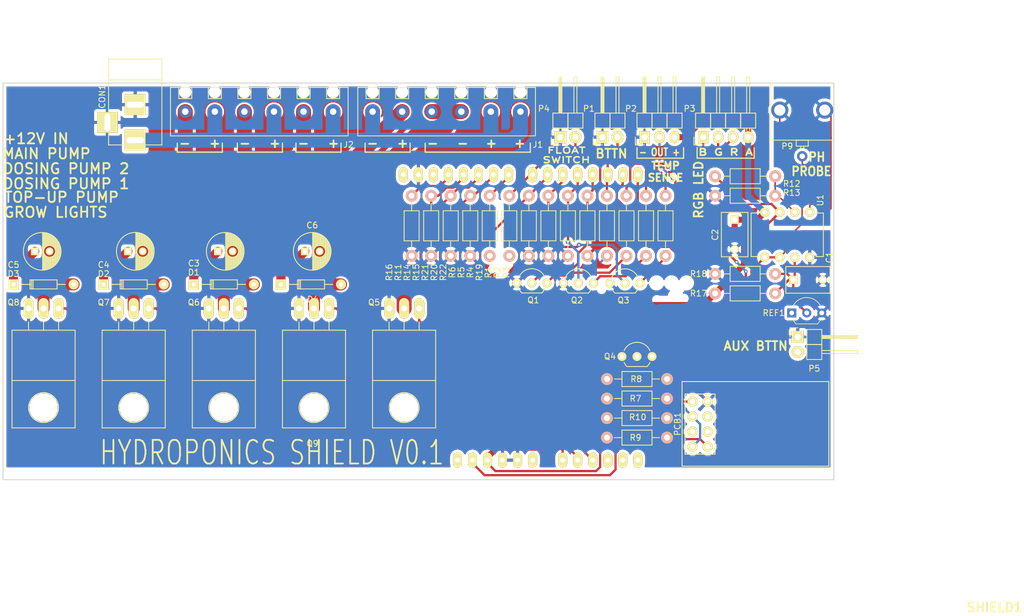
<source format=kicad_pcb>
(kicad_pcb (version 4) (host pcbnew 4.0.2+dfsg1-stable)
  (layers (0 F.Cu signal) (31 B.Cu signal) (34 B.Paste user) (35 F.Paste user) (36 B.SilkS user) (37 F.SilkS user) (38 B.Mask user) (39 F.Mask user) (44 Edge.Cuts user))
  (net 0 "")
  (net 1 "Net-(C1-Pad1)")
  (net 2 GND)
  (net 3 +5V)
  (net 4 +12V)
  (net 5 FLOAT_SWITCH_IN)
  (net 6 "Net-(P3-Pad1)")
  (net 7 "Net-(P3-Pad2)")
  (net 8 "Net-(P3-Pad3)")
  (net 9 TEMP_SENSE_IN)
  (net 10 PAIR_BTTN_IN)
  (net 11 "Net-(P9-Pad1)")
  (net 12 "Net-(Q1-Pad3)")
  (net 13 LED_R)
  (net 14 "Net-(Q2-Pad3)")
  (net 15 LED_G)
  (net 16 "Net-(Q3-Pad3)")
  (net 17 LED_B)
  (net 18 +3V3)
  (net 19 LED_STRIP_OUT)
  (net 20 DOSING_PUMP_1)
  (net 21 "Net-(R12-Pad1)")
  (net 22 PH_VOUT)
  (net 23 DOSING_PUMP_2)
  (net 24 MAIN_PUMP)
  (net 25 "Net-(REF1-Pad1)")
  (net 26 "Net-(C3-Pad2)")
  (net 27 "Net-(C4-Pad2)")
  (net 28 "Net-(C5-Pad2)")
  (net 29 AUX_BTTN1_IN)
  (net 30 "Net-(SHIELD1-PadAD5)")
  (net 31 "Net-(SHIELD1-PadAD4)")
  (net 32 "Net-(SHIELD1-PadAD3)")
  (net 33 "Net-(SHIELD1-PadRST)")
  (net 34 "Net-(SHIELD1-Pad13)")
  (net 35 "Net-(SHIELD1-PadAREF)")
  (net 36 Vguard)
  (net 37 "Net-(C6-Pad2)")
  (net 38 "Net-(J1-Pad3)")
  (net 39 TOPUP_PUMP)
  (net 40 WIFI_DATA_RECEIVE)
  (net 41 "Net-(PCB1-Pad2)")
  (net 42 "Net-(PCB1-Pad7)")
  (net 43 WIFI_DATA_TRANSMIT)
  (net 44 "Net-(PCB1-Pad3)")
  (net 45 "Net-(PCB1-Pad5)")
  (net 46 "Net-(PCB1-Pad6)")
  (module ARDUINO_SHIELDS:ARDUINO_SHIELD_NOSILK (layer F.Cu) (at 105.537 98.806)
    (fp_text reference SHIELD1 (at 76.073 49.276 180) (layer F.SilkS) (effects (font (thickness 0.3048))))
    (fp_text value ARDUINO_SHIELD hide)
    (pad AD5 thru_hole oval (at 15.748 24.384 90) (size 2.54 1.524) (drill 0.8128) (layers *.Cu *.Mask F.SilkS) (net 30 "Net-(SHIELD1-PadAD5)"))
    (pad AD4 thru_hole oval (at 13.208 24.384 90) (size 2.54 1.524) (drill 0.8128) (layers *.Cu *.Mask F.SilkS) (net 31 "Net-(SHIELD1-PadAD4)"))
    (pad AD3 thru_hole oval (at 10.668 24.384 90) (size 2.54 1.524) (drill 0.8128) (layers *.Cu *.Mask F.SilkS) (net 32 "Net-(SHIELD1-PadAD3)"))
    (pad AD0 thru_hole oval (at 3.048 24.384 90) (size 2.54 1.524) (drill 0.8128) (layers *.Cu *.Mask F.SilkS) (net 9 TEMP_SENSE_IN))
    (pad AD1 thru_hole oval (at 5.588 24.384 90) (size 2.54 1.524) (drill 0.8128) (layers *.Cu *.Mask F.SilkS) (net 22 PH_VOUT))
    (pad AD2 thru_hole oval (at 8.128 24.384 90) (size 2.54 1.524) (drill 0.8128) (layers *.Cu *.Mask F.SilkS) (net 36 Vguard))
    (pad V_IN thru_hole oval (at -2.032 24.384 90) (size 2.54 1.524) (drill 0.8128) (layers *.Cu *.Mask F.SilkS) (net 4 +12V))
    (pad GND2 thru_hole oval (at -4.572 24.384 90) (size 2.54 1.524) (drill 0.8128) (layers *.Cu *.Mask F.SilkS) (net 2 GND))
    (pad GND1 thru_hole oval (at -7.112 24.384 90) (size 2.54 1.524) (drill 0.8128) (layers *.Cu *.Mask F.SilkS) (net 2 GND))
    (pad 3V3 thru_hole oval (at -12.192 24.384 90) (size 2.54 1.524) (drill 0.8128) (layers *.Cu *.Mask F.SilkS) (net 18 +3V3))
    (pad RST thru_hole oval (at -14.732 24.384 90) (size 2.54 1.524) (drill 0.8128) (layers *.Cu *.Mask F.SilkS) (net 33 "Net-(SHIELD1-PadRST)"))
    (pad 0 thru_hole oval (at 15.748 -23.876 90) (size 2.54 1.524) (drill 0.8128) (layers *.Cu *.Mask F.SilkS) (net 40 WIFI_DATA_RECEIVE))
    (pad 1 thru_hole oval (at 13.208 -23.876 90) (size 2.54 1.524) (drill 0.8128) (layers *.Cu *.Mask F.SilkS) (net 43 WIFI_DATA_TRANSMIT))
    (pad 2 thru_hole oval (at 10.668 -23.876 90) (size 2.54 1.524) (drill 0.8128) (layers *.Cu *.Mask F.SilkS) (net 10 PAIR_BTTN_IN))
    (pad 3 thru_hole oval (at 8.128 -23.876 90) (size 2.54 1.524) (drill 0.8128) (layers *.Cu *.Mask F.SilkS) (net 13 LED_R))
    (pad 4 thru_hole oval (at 5.588 -23.876 90) (size 2.54 1.524) (drill 0.8128) (layers *.Cu *.Mask F.SilkS) (net 15 LED_G))
    (pad 5 thru_hole oval (at 3.048 -23.876 90) (size 2.54 1.524) (drill 0.8128) (layers *.Cu *.Mask F.SilkS) (net 17 LED_B))
    (pad 6 thru_hole oval (at 0.508 -23.876 90) (size 2.54 1.524) (drill 0.8128) (layers *.Cu *.Mask F.SilkS) (net 39 TOPUP_PUMP))
    (pad 7 thru_hole oval (at -2.032 -23.876 90) (size 2.54 1.524) (drill 0.8128) (layers *.Cu *.Mask F.SilkS) (net 5 FLOAT_SWITCH_IN))
    (pad 8 thru_hole oval (at -6.096 -23.876 90) (size 2.54 1.524) (drill 0.8128) (layers *.Cu *.Mask F.SilkS) (net 29 AUX_BTTN1_IN))
    (pad 9 thru_hole oval (at -8.636 -23.876 90) (size 2.54 1.524) (drill 0.8128) (layers *.Cu *.Mask F.SilkS) (net 23 DOSING_PUMP_2))
    (pad 10 thru_hole oval (at -11.176 -23.876 90) (size 2.54 1.524) (drill 0.8128) (layers *.Cu *.Mask F.SilkS) (net 20 DOSING_PUMP_1))
    (pad 11 thru_hole oval (at -13.716 -23.876 90) (size 2.54 1.524) (drill 0.8128) (layers *.Cu *.Mask F.SilkS) (net 19 LED_STRIP_OUT))
    (pad 12 thru_hole oval (at -16.256 -23.876 90) (size 2.54 1.524) (drill 0.8128) (layers *.Cu *.Mask F.SilkS) (net 24 MAIN_PUMP))
    (pad 13 thru_hole oval (at -18.796 -23.876 90) (size 2.54 1.524) (drill 0.8128) (layers *.Cu *.Mask F.SilkS) (net 34 "Net-(SHIELD1-Pad13)"))
    (pad GND3 thru_hole oval (at -21.336 -23.876 90) (size 2.54 1.524) (drill 0.8128) (layers *.Cu *.Mask F.SilkS) (net 2 GND))
    (pad AREF thru_hole oval (at -23.876 -23.876 90) (size 2.54 1.524) (drill 0.8128) (layers *.Cu *.Mask F.SilkS) (net 35 "Net-(SHIELD1-PadAREF)"))
    (pad 5V thru_hole oval (at -9.652 24.384 90) (size 2.54 1.524) (drill 0.8128) (layers *.Cu *.Mask F.SilkS) (net 3 +5V))
  )
  (module USER_CONNECTORS:0731000105 (layer F.Cu) (at 149.098 64.008 180)
    (fp_text reference P9 (at 2.54 -6.096 180) (layer F.SilkS))
    (fp_text value 0731000105)
    (pad 1 thru_hole circle (at 0 -7.8 180) (size 1.75 1.75) (drill 0.93) (layers *.Cu *.Mask) (net 11 "Net-(P9-Pad1)"))
    (pad 2 thru_hole circle (at -3.8 0 180) (size 2.9 2.9) (drill 1.9) (layers *.Cu *.Mask) (net 36 Vguard))
    (pad 3 thru_hole circle (at 3.8 0 180) (size 2.9 2.9) (drill 1.9) (layers *.Cu *.Mask) (net 36 Vguard))
  )
  (module Diodes_ThroughHole:Diode_DO-35_SOD27_Horizontal_RM10 (layer F.Cu) (at 30.98748 93.47454)
    (fp_text reference D2 (at 0.00052 -1.78054 180) (layer F.SilkS))
    (fp_text value 1N4148)
    (pad 2 thru_hole circle (at 10.16052 -0.00254 180) (size 1.69926 1.69926) (drill 0.70104) (layers *.Cu *.Mask F.SilkS) (net 27 "Net-(C4-Pad2)"))
    (pad 1 thru_hole rect (at 0.00052 -0.00254 180) (size 1.69926 1.69926) (drill 0.70104) (layers *.Cu *.Mask F.SilkS) (net 4 +12V))
  )
  (module Capacitors_ThroughHole:C_Disc_D7.5_P5 (layer F.Cu) (at 147.574 92.71)
    (fp_text reference C1 (at 6.096 -3.81 90) (layer F.SilkS))
    (fp_text value 0.1uF)
    (pad 1 thru_hole rect (at 0 0) (size 1.4 1.4) (drill 0.9) (layers *.Cu *.Mask F.SilkS) (net 1 "Net-(C1-Pad1)"))
    (pad 2 thru_hole circle (at 5 0) (size 1.4 1.4) (drill 0.9) (layers *.Cu *.Mask F.SilkS) (net 2 GND))
  )
  (module Capacitors_ThroughHole:C_Disc_D7.5_P5 (layer F.Cu) (at 137.668 82.55 270)
    (fp_text reference C2 (at 2.54 3.302 270) (layer F.SilkS))
    (fp_text value 0.1uF)
    (pad 1 thru_hole rect (at 0 0 270) (size 1.4 1.4) (drill 0.9) (layers *.Cu *.Mask F.SilkS) (net 3 +5V))
    (pad 2 thru_hole circle (at 5 0 270) (size 1.4 1.4) (drill 0.9) (layers *.Cu *.Mask F.SilkS) (net 2 GND))
  )
  (module Diodes_ThroughHole:Diode_DO-35_SOD27_Horizontal_RM10 (layer F.Cu) (at 46.228 93.472)
    (fp_text reference D1 (at 0 -2.032) (layer F.SilkS))
    (fp_text value 1N4148)
    (pad 2 thru_hole circle (at 10.16052 -0.00254 180) (size 1.69926 1.69926) (drill 0.70104) (layers *.Cu *.Mask F.SilkS) (net 26 "Net-(C3-Pad2)"))
    (pad 1 thru_hole rect (at 0.00052 -0.00254 180) (size 1.69926 1.69926) (drill 0.70104) (layers *.Cu *.Mask F.SilkS) (net 4 +12V))
  )
  (module Diodes_ThroughHole:Diode_DO-35_SOD27_Horizontal_RM10 (layer F.Cu) (at 15.74748 93.47454)
    (fp_text reference D3 (at 0.00052 -1.78054) (layer F.SilkS))
    (fp_text value 1N4148)
    (pad 2 thru_hole circle (at 10.16052 -0.00254 180) (size 1.69926 1.69926) (drill 0.70104) (layers *.Cu *.Mask F.SilkS) (net 28 "Net-(C5-Pad2)"))
    (pad 1 thru_hole rect (at 0.00052 -0.00254 180) (size 1.69926 1.69926) (drill 0.70104) (layers *.Cu *.Mask F.SilkS) (net 4 +12V))
  )
  (module TO_SOT_Packages_THT:TO-92_Inline_Wide (layer F.Cu) (at 100.838 93.218)
    (fp_text reference Q1 (at 2.794 2.921 180) (layer F.SilkS))
    (fp_text value 2N7000)
    (pad 2 thru_hole circle (at 2.54 0 90) (size 1.524 1.524) (drill 0.8) (layers *.Cu *.Mask F.SilkS) (net 13 LED_R))
    (pad 3 thru_hole circle (at 5.08 0 90) (size 1.524 1.524) (drill 0.8) (layers *.Cu *.Mask F.SilkS) (net 12 "Net-(Q1-Pad3)"))
    (pad 1 thru_hole circle (at 0 0 90) (size 1.524 1.524) (drill 0.8) (layers *.Cu *.Mask F.SilkS) (net 2 GND))
  )
  (module TO_SOT_Packages_THT:TO-92_Inline_Wide (layer F.Cu) (at 108.712 93.2434)
    (fp_text reference Q2 (at 2.286 2.921 180) (layer F.SilkS))
    (fp_text value 2N7000)
    (pad 2 thru_hole circle (at 2.54 0 90) (size 1.524 1.524) (drill 0.8) (layers *.Cu *.Mask F.SilkS) (net 15 LED_G))
    (pad 3 thru_hole circle (at 5.08 0 90) (size 1.524 1.524) (drill 0.8) (layers *.Cu *.Mask F.SilkS) (net 14 "Net-(Q2-Pad3)"))
    (pad 1 thru_hole circle (at 0 0 90) (size 1.524 1.524) (drill 0.8) (layers *.Cu *.Mask F.SilkS) (net 2 GND))
  )
  (module TO_SOT_Packages_THT:TO-92_Inline_Wide (layer F.Cu) (at 116.586 93.2434)
    (fp_text reference Q3 (at 2.286 2.921 180) (layer F.SilkS))
    (fp_text value 2N7000)
    (pad 2 thru_hole circle (at 2.54 0 90) (size 1.524 1.524) (drill 0.8) (layers *.Cu *.Mask F.SilkS) (net 17 LED_B))
    (pad 3 thru_hole circle (at 5.08 0 90) (size 1.524 1.524) (drill 0.8) (layers *.Cu *.Mask F.SilkS) (net 16 "Net-(Q3-Pad3)"))
    (pad 1 thru_hole circle (at 0 0 90) (size 1.524 1.524) (drill 0.8) (layers *.Cu *.Mask F.SilkS) (net 2 GND))
  )
  (module TO_SOT_Packages_THT:TO-92_Inline_Wide (layer F.Cu) (at 118.618 105.664)
    (fp_text reference Q4 (at -2.032 0 180) (layer F.SilkS))
    (fp_text value 2N7000)
    (pad 2 thru_hole circle (at 2.54 0 90) (size 1.524 1.524) (drill 0.8) (layers *.Cu *.Mask F.SilkS) (net 18 +3V3))
    (pad 3 thru_hole circle (at 5.08 0 90) (size 1.524 1.524) (drill 0.8) (layers *.Cu *.Mask F.SilkS) (net 40 WIFI_DATA_RECEIVE))
    (pad 1 thru_hole circle (at 0 0 90) (size 1.524 1.524) (drill 0.8) (layers *.Cu *.Mask F.SilkS) (net 41 "Net-(PCB1-Pad2)"))
  )
  (module Resistors_ThroughHole:Resistor_Horizontal_RM10mm (layer F.Cu) (at 119.38 88.646 90)
    (fp_text reference R1 (at -2.794 -23.368 90) (layer F.SilkS))
    (fp_text value R)
    (pad 1 thru_hole circle (at 0 0 90) (size 1.99898 1.99898) (drill 1.00076) (layers *.Cu *.SilkS *.Mask) (net 12 "Net-(Q1-Pad3)"))
    (pad 2 thru_hole circle (at 10.16 0 90) (size 1.99898 1.99898) (drill 1.00076) (layers *.Cu *.SilkS *.Mask) (net 6 "Net-(P3-Pad1)"))
  )
  (module Resistors_ThroughHole:Resistor_Horizontal_RM10mm (layer F.Cu) (at 122.682 88.646 90)
    (fp_text reference R2 (at -2.794 -25.146 90) (layer F.SilkS))
    (fp_text value R)
    (pad 1 thru_hole circle (at 0 0 90) (size 1.99898 1.99898) (drill 1.00076) (layers *.Cu *.SilkS *.Mask) (net 14 "Net-(Q2-Pad3)"))
    (pad 2 thru_hole circle (at 10.16 0 90) (size 1.99898 1.99898) (drill 1.00076) (layers *.Cu *.SilkS *.Mask) (net 7 "Net-(P3-Pad2)"))
  )
  (module Resistors_ThroughHole:Resistor_Horizontal_RM10mm (layer F.Cu) (at 125.984 88.646 90)
    (fp_text reference R3 (at -2.794 -26.924 90) (layer F.SilkS))
    (fp_text value R)
    (pad 1 thru_hole circle (at 0 0 90) (size 1.99898 1.99898) (drill 1.00076) (layers *.Cu *.SilkS *.Mask) (net 16 "Net-(Q3-Pad3)"))
    (pad 2 thru_hole circle (at 10.16 0 90) (size 1.99898 1.99898) (drill 1.00076) (layers *.Cu *.SilkS *.Mask) (net 8 "Net-(P3-Pad3)"))
  )
  (module Resistors_ThroughHole:Resistor_Horizontal_RM10mm (layer F.Cu) (at 112.776 88.646 90)
    (fp_text reference R4 (at -2.794 -19.812 90) (layer F.SilkS))
    (fp_text value 10.0k)
    (pad 1 thru_hole circle (at 0 0 90) (size 1.99898 1.99898) (drill 1.00076) (layers *.Cu *.SilkS *.Mask) (net 2 GND))
    (pad 2 thru_hole circle (at 10.16 0 90) (size 1.99898 1.99898) (drill 1.00076) (layers *.Cu *.SilkS *.Mask) (net 13 LED_R))
  )
  (module Resistors_ThroughHole:Resistor_Horizontal_RM10mm (layer F.Cu) (at 109.474 88.646 90)
    (fp_text reference R5 (at -2.794 -18.034 90) (layer F.SilkS))
    (fp_text value 10.0k)
    (pad 1 thru_hole circle (at 0 0 90) (size 1.99898 1.99898) (drill 1.00076) (layers *.Cu *.SilkS *.Mask) (net 2 GND))
    (pad 2 thru_hole circle (at 10.16 0 90) (size 1.99898 1.99898) (drill 1.00076) (layers *.Cu *.SilkS *.Mask) (net 15 LED_G))
  )
  (module Resistors_ThroughHole:Resistor_Horizontal_RM10mm (layer F.Cu) (at 106.172 88.646 90)
    (fp_text reference R6 (at -2.794 -16.256 90) (layer F.SilkS))
    (fp_text value 10.0k)
    (pad 1 thru_hole circle (at 0 0 90) (size 1.99898 1.99898) (drill 1.00076) (layers *.Cu *.SilkS *.Mask) (net 2 GND))
    (pad 2 thru_hole circle (at 10.16 0 90) (size 1.99898 1.99898) (drill 1.00076) (layers *.Cu *.SilkS *.Mask) (net 17 LED_B))
  )
  (module Resistors_ThroughHole:Resistor_Horizontal_RM10mm (layer F.Cu) (at 86.36 88.646 90)
    (fp_text reference R11 (at -2.794 -5.588 90) (layer F.SilkS))
    (fp_text value 10.0k)
    (pad 1 thru_hole circle (at 0 0 90) (size 1.99898 1.99898) (drill 1.00076) (layers *.Cu *.SilkS *.Mask) (net 2 GND))
    (pad 2 thru_hole circle (at 10.16 0 90) (size 1.99898 1.99898) (drill 1.00076) (layers *.Cu *.SilkS *.Mask) (net 19 LED_STRIP_OUT))
  )
  (module Resistors_ThroughHole:Resistor_Horizontal_RM10mm (layer F.Cu) (at 144.526 75.184 180)
    (fp_text reference R12 (at -2.794 -1.27 180) (layer F.SilkS))
    (fp_text value 10.0k)
    (pad 1 thru_hole circle (at 0 0 180) (size 1.99898 1.99898) (drill 1.00076) (layers *.Cu *.SilkS *.Mask) (net 21 "Net-(R12-Pad1)"))
    (pad 2 thru_hole circle (at 10.16 0 180) (size 1.99898 1.99898) (drill 1.00076) (layers *.Cu *.SilkS *.Mask) (net 22 PH_VOUT))
  )
  (module Resistors_ThroughHole:Resistor_Horizontal_RM10mm (layer F.Cu) (at 134.366 78.486)
    (fp_text reference R13 (at 12.954 -0.508) (layer F.SilkS))
    (fp_text value 10.0k)
    (pad 1 thru_hole circle (at 0 0) (size 1.99898 1.99898) (drill 1.00076) (layers *.Cu *.SilkS *.Mask) (net 2 GND))
    (pad 2 thru_hole circle (at 10.16 0) (size 1.99898 1.99898) (drill 1.00076) (layers *.Cu *.SilkS *.Mask) (net 21 "Net-(R12-Pad1)"))
  )
  (module Resistors_ThroughHole:Resistor_Horizontal_RM10mm (layer F.Cu) (at 89.662 88.646 90)
    (fp_text reference R14 (at -2.794 -7.366 90) (layer F.SilkS))
    (fp_text value 10.0k)
    (pad 1 thru_hole circle (at 0 0 90) (size 1.99898 1.99898) (drill 1.00076) (layers *.Cu *.SilkS *.Mask) (net 2 GND))
    (pad 2 thru_hole circle (at 10.16 0 90) (size 1.99898 1.99898) (drill 1.00076) (layers *.Cu *.SilkS *.Mask) (net 20 DOSING_PUMP_1))
  )
  (module Resistors_ThroughHole:Resistor_Horizontal_RM10mm (layer F.Cu) (at 92.964 88.646 90)
    (fp_text reference R15 (at -2.794 -9.144 90) (layer F.SilkS))
    (fp_text value 10.0k)
    (pad 1 thru_hole circle (at 0 0 90) (size 1.99898 1.99898) (drill 1.00076) (layers *.Cu *.SilkS *.Mask) (net 2 GND))
    (pad 2 thru_hole circle (at 10.16 0 90) (size 1.99898 1.99898) (drill 1.00076) (layers *.Cu *.SilkS *.Mask) (net 23 DOSING_PUMP_2))
  )
  (module Resistors_ThroughHole:Resistor_Horizontal_RM10mm (layer F.Cu) (at 83.058 88.646 90)
    (fp_text reference R16 (at -2.794 -3.81 90) (layer F.SilkS))
    (fp_text value 10.0k)
    (pad 1 thru_hole circle (at 0 0 90) (size 1.99898 1.99898) (drill 1.00076) (layers *.Cu *.SilkS *.Mask) (net 2 GND))
    (pad 2 thru_hole circle (at 10.16 0 90) (size 1.99898 1.99898) (drill 1.00076) (layers *.Cu *.SilkS *.Mask) (net 24 MAIN_PUMP))
  )
  (module Resistors_ThroughHole:Resistor_Horizontal_RM10mm (layer F.Cu) (at 134.366 94.996)
    (fp_text reference R17 (at -2.794 0) (layer F.SilkS))
    (fp_text value 10.0k)
    (pad 1 thru_hole circle (at 0 0) (size 1.99898 1.99898) (drill 1.00076) (layers *.Cu *.SilkS *.Mask) (net 3 +5V))
    (pad 2 thru_hole circle (at 10.16 0) (size 1.99898 1.99898) (drill 1.00076) (layers *.Cu *.SilkS *.Mask) (net 1 "Net-(C1-Pad1)"))
  )
  (module Resistors_ThroughHole:Resistor_Horizontal_RM10mm (layer F.Cu) (at 144.526 91.694 180)
    (fp_text reference R18 (at 12.954 0 180) (layer F.SilkS))
    (fp_text value 10.0k)
    (pad 1 thru_hole circle (at 0 0 180) (size 1.99898 1.99898) (drill 1.00076) (layers *.Cu *.SilkS *.Mask) (net 1 "Net-(C1-Pad1)"))
    (pad 2 thru_hole circle (at 10.16 0 180) (size 1.99898 1.99898) (drill 1.00076) (layers *.Cu *.SilkS *.Mask) (net 2 GND))
  )
  (module Housings_DIP:DIP-8_W7.62mm (layer F.Cu) (at 142.748 88.9 90)
    (fp_text reference U1 (at 9.652 9.398 90) (layer F.SilkS))
    (fp_text value LMC6482IN)
    (pad 1 thru_hole oval (at 0 0 90) (size 1.6 1.6) (drill 0.8) (layers *.Cu *.Mask F.SilkS) (net 36 Vguard))
    (pad 2 thru_hole oval (at 0 2.54 90) (size 1.6 1.6) (drill 0.8) (layers *.Cu *.Mask F.SilkS) (net 36 Vguard))
    (pad 3 thru_hole oval (at 0 5.08 90) (size 1.6 1.6) (drill 0.8) (layers *.Cu *.Mask F.SilkS) (net 1 "Net-(C1-Pad1)"))
    (pad 4 thru_hole oval (at 0 7.62 90) (size 1.6 1.6) (drill 0.8) (layers *.Cu *.Mask F.SilkS) (net 2 GND))
    (pad 5 thru_hole oval (at 7.62 7.62 90) (size 1.6 1.6) (drill 0.8) (layers *.Cu *.Mask F.SilkS) (net 11 "Net-(P9-Pad1)"))
    (pad 6 thru_hole oval (at 7.62 5.08 90) (size 1.6 1.6) (drill 0.8) (layers *.Cu *.Mask F.SilkS) (net 21 "Net-(R12-Pad1)"))
    (pad 7 thru_hole oval (at 7.62 2.54 90) (size 1.6 1.6) (drill 0.8) (layers *.Cu *.Mask F.SilkS) (net 22 PH_VOUT))
    (pad 8 thru_hole oval (at 7.62 0 90) (size 1.6 1.6) (drill 0.8) (layers *.Cu *.Mask F.SilkS) (net 3 +5V))
  )
  (module TO_SOT_Packages_THT:TO-92_Inline_Wide (layer F.Cu) (at 147.32 98.298)
    (fp_text reference REF1 (at -3.048 0 180) (layer F.SilkS))
    (fp_text value LT1004CZ-2.5)
    (pad 2 thru_hole circle (at 2.54 0 90) (size 1.52 1.52) (drill 0.8) (layers *.Cu *.Mask) (net 1 "Net-(C1-Pad1)"))
    (pad 3 thru_hole circle (at 5.08 0 90) (size 1.52 1.52) (drill 0.8) (layers *.Cu *.Mask) (net 2 GND))
    (pad 1 thru_hole rect (at 0 0 90) (size 1.52 1.52) (drill 0.8) (layers *.Cu *.Mask) (net 25 "Net-(REF1-Pad1)"))
  )
  (module Connect:BARREL_JACK (layer F.Cu) (at 36.322 62.88786 270)
    (fp_text reference CON1 (at -1.16586 5.588 450) (layer F.SilkS))
    (fp_text value PJ-202A)
    (pad 1 thru_hole rect (at 6.20014 0 270) (size 3.50012 3.50012) (drill oval 1.00076 2.99974) (layers *.Cu *.Mask F.SilkS) (net 4 +12V))
    (pad 2 thru_hole rect (at 0.20066 0 270) (size 3.50012 3.50012) (drill oval 1.00076 2.99974) (layers *.Cu *.Mask F.SilkS) (net 2 GND))
    (pad 3 thru_hole rect (at 3.2004 4.699 270) (size 3.50012 3.50012) (drill oval 2.99974 1.00076) (layers *.Cu *.Mask F.SilkS) (net 2 GND))
  )
  (module USER_CONNECTORS:282836-6 (layer F.Cu) (at 98.954 64.262 180)
    (fp_text reference J1 (at -5.44 -5.588 180) (layer F.SilkS))
    (fp_text value 282836-6)
    (pad 1 thru_hole circle (at -2.5 0 180) (size 2.1 2.1) (drill 1.1) (layers *.Cu *.Mask) (net 4 +12V))
    (pad 2 thru_hole circle (at 2.5 0 180) (size 2.1 2.1) (drill 1.1) (layers *.Cu *.Mask) (net 4 +12V))
    (pad "" np_thru_hole circle (at -2.5 3.3 180) (size 1.1 1.1) (drill 1.1) (layers *.Cu *.Mask))
    (pad "" np_thru_hole circle (at 2.5 3.3 180) (size 1.1 1.1) (drill 1.1) (layers *.Cu *.Mask))
    (pad 3 thru_hole circle (at 7.5 0 180) (size 2.1 2.1) (drill 1.1) (layers *.Cu *.Mask) (net 38 "Net-(J1-Pad3)"))
    (pad 4 thru_hole circle (at 12.5 0 180) (size 2.1 2.1) (drill 1.1) (layers *.Cu *.Mask) (net 38 "Net-(J1-Pad3)"))
    (pad 5 thru_hole circle (at 17.5 0 180) (size 2.1 2.1) (drill 1.1) (layers *.Cu *.Mask) (net 37 "Net-(C6-Pad2)"))
    (pad 6 thru_hole circle (at 22.5 0 180) (size 2.1 2.1) (drill 1.1) (layers *.Cu *.Mask) (net 4 +12V))
    (pad "" np_thru_hole circle (at 7.5 3.3 180) (size 1.1 1.1) (drill 1.1) (layers *.Cu *.Mask))
    (pad "" np_thru_hole circle (at 12.5 3.3 180) (size 1.1 1.1) (drill 1.1) (layers *.Cu *.Mask))
    (pad "" np_thru_hole circle (at 17.5 3.3 180) (size 1.1 1.1) (drill 1.1) (layers *.Cu *.Mask))
    (pad "" np_thru_hole circle (at 22.5 3.3 180) (size 1.1 1.1) (drill 1.1) (layers *.Cu *.Mask))
  )
  (module USER_CONNECTORS:282836-6 (layer F.Cu) (at 67.284 64.262 180)
    (fp_text reference J2 (at -5.106 -5.588 180) (layer F.SilkS))
    (fp_text value 282836-6)
    (pad 1 thru_hole circle (at -2.5 0 180) (size 2.1 2.1) (drill 1.1) (layers *.Cu *.Mask) (net 4 +12V))
    (pad 2 thru_hole circle (at 2.5 0 180) (size 2.1 2.1) (drill 1.1) (layers *.Cu *.Mask) (net 26 "Net-(C3-Pad2)"))
    (pad "" np_thru_hole circle (at -2.5 3.3 180) (size 1.1 1.1) (drill 1.1) (layers *.Cu *.Mask))
    (pad "" np_thru_hole circle (at 2.5 3.3 180) (size 1.1 1.1) (drill 1.1) (layers *.Cu *.Mask))
    (pad 3 thru_hole circle (at 7.5 0 180) (size 2.1 2.1) (drill 1.1) (layers *.Cu *.Mask) (net 4 +12V))
    (pad 4 thru_hole circle (at 12.5 0 180) (size 2.1 2.1) (drill 1.1) (layers *.Cu *.Mask) (net 27 "Net-(C4-Pad2)"))
    (pad 5 thru_hole circle (at 17.5 0 180) (size 2.1 2.1) (drill 1.1) (layers *.Cu *.Mask) (net 4 +12V))
    (pad 6 thru_hole circle (at 22.5 0 180) (size 2.1 2.1) (drill 1.1) (layers *.Cu *.Mask) (net 28 "Net-(C5-Pad2)"))
    (pad "" np_thru_hole circle (at 7.5 3.3 180) (size 1.1 1.1) (drill 1.1) (layers *.Cu *.Mask))
    (pad "" np_thru_hole circle (at 12.5 3.3 180) (size 1.1 1.1) (drill 1.1) (layers *.Cu *.Mask))
    (pad "" np_thru_hole circle (at 17.5 3.3 180) (size 1.1 1.1) (drill 1.1) (layers *.Cu *.Mask))
    (pad "" np_thru_hole circle (at 22.5 3.3 180) (size 1.1 1.1) (drill 1.1) (layers *.Cu *.Mask))
  )
  (module Capacitors_ThroughHole:C_Radial_D6.3_L11.2_P2.5 (layer F.Cu) (at 50.292 87.884)
    (fp_text reference C3 (at -4.064 2.032) (layer F.SilkS))
    (fp_text value 5ZLH100MEFC6.3X11)
    (pad 2 thru_hole circle (at 2.5 0) (size 1.3 1.3) (drill 0.8) (layers *.Cu *.Mask F.SilkS) (net 26 "Net-(C3-Pad2)"))
    (pad 1 thru_hole rect (at 0 0) (size 1.3 1.3) (drill 0.8) (layers *.Cu *.Mask F.SilkS) (net 4 +12V))
  )
  (module Capacitors_ThroughHole:C_Radial_D6.3_L11.2_P2.5 (layer F.Cu) (at 35.092 87.884)
    (fp_text reference C4 (at -4.104 2.286) (layer F.SilkS))
    (fp_text value 5ZLH100MEFC6.3X11)
    (pad 2 thru_hole circle (at 2.5 0) (size 1.3 1.3) (drill 0.8) (layers *.Cu *.Mask F.SilkS) (net 27 "Net-(C4-Pad2)"))
    (pad 1 thru_hole rect (at 0 0) (size 1.3 1.3) (drill 0.8) (layers *.Cu *.Mask F.SilkS) (net 4 +12V))
  )
  (module Capacitors_ThroughHole:C_Radial_D6.3_L11.2_P2.5 (layer F.Cu) (at 19.344 87.884)
    (fp_text reference C5 (at -3.596 2.286) (layer F.SilkS))
    (fp_text value 5ZLH100MEFC6.3X11)
    (pad 2 thru_hole circle (at 2.5 0) (size 1.3 1.3) (drill 0.8) (layers *.Cu *.Mask F.SilkS) (net 28 "Net-(C5-Pad2)"))
    (pad 1 thru_hole rect (at 0 0) (size 1.3 1.3) (drill 0.8) (layers *.Cu *.Mask F.SilkS) (net 4 +12V))
  )
  (module Pin_Headers:Pin_Header_Angled_1x02 (layer F.Cu) (at 115.316 68.58 90)
    (fp_text reference P1 (at 4.826 -2.286 180) (layer F.SilkS))
    (fp_text value 22-05-3021)
    (pad 1 thru_hole rect (at 0 0 90) (size 2.032 2.032) (drill 1.016) (layers *.Cu *.Mask F.SilkS) (net 2 GND))
    (pad 2 thru_hole oval (at 0 2.54 90) (size 2.032 2.032) (drill 1.016) (layers *.Cu *.Mask F.SilkS) (net 10 PAIR_BTTN_IN))
  )
  (module Resistors_ThroughHole:Resistor_Horizontal_RM10mm (layer F.Cu) (at 116.078 78.486 270)
    (fp_text reference R19 (at 12.954 21.59 270) (layer F.SilkS))
    (fp_text value 10.0k)
    (pad 1 thru_hole circle (at 0 0 270) (size 1.99898 1.99898) (drill 1.00076) (layers *.Cu *.SilkS *.Mask) (net 10 PAIR_BTTN_IN))
    (pad 2 thru_hole circle (at 10.16 0 270) (size 1.99898 1.99898) (drill 1.00076) (layers *.Cu *.SilkS *.Mask) (net 3 +5V))
  )
  (module Resistors_ThroughHole:Resistor_Horizontal_RM10mm (layer F.Cu) (at 99.568 78.486 270)
    (fp_text reference R20 (at 12.954 12.7 270) (layer F.SilkS))
    (fp_text value 10.0k)
    (pad 1 thru_hole circle (at 0 0 270) (size 1.99898 1.99898) (drill 1.00076) (layers *.Cu *.SilkS *.Mask) (net 5 FLOAT_SWITCH_IN))
    (pad 2 thru_hole circle (at 10.16 0 270) (size 1.99898 1.99898) (drill 1.00076) (layers *.Cu *.SilkS *.Mask) (net 3 +5V))
  )
  (module Resistors_ThroughHole:Resistor_Horizontal_RM10mm (layer F.Cu) (at 96.266 78.486 270)
    (fp_text reference R21 (at 12.954 10.922 270) (layer F.SilkS))
    (fp_text value 10.0k)
    (pad 1 thru_hole circle (at 0 0 270) (size 1.99898 1.99898) (drill 1.00076) (layers *.Cu *.SilkS *.Mask) (net 29 AUX_BTTN1_IN))
    (pad 2 thru_hole circle (at 10.16 0 270) (size 1.99898 1.99898) (drill 1.00076) (layers *.Cu *.SilkS *.Mask) (net 3 +5V))
  )
  (module Pin_Headers:Pin_Header_Angled_1x03 (layer F.Cu) (at 122.428 68.58 90)
    (fp_text reference P2 (at 4.826 -2.286 180) (layer F.SilkS))
    (fp_text value 0022053031)
    (pad 1 thru_hole rect (at 0 0 90) (size 2.032 1.7272) (drill 1.016) (layers *.Cu *.Mask F.SilkS) (net 2 GND))
    (pad 2 thru_hole oval (at 0 2.54 90) (size 2.032 1.7272) (drill 1.016) (layers *.Cu *.Mask F.SilkS) (net 9 TEMP_SENSE_IN))
    (pad 3 thru_hole oval (at 0 5.08 90) (size 2.032 1.7272) (drill 1.016) (layers *.Cu *.Mask F.SilkS) (net 3 +5V))
  )
  (module Pin_Headers:Pin_Header_Angled_1x02 (layer F.Cu) (at 108.204 68.58 90)
    (fp_text reference P4 (at 4.826 -2.794 180) (layer F.SilkS))
    (fp_text value 22-05-3021)
    (pad 1 thru_hole rect (at 0 0 90) (size 2.032 2.032) (drill 1.016) (layers *.Cu *.Mask F.SilkS) (net 2 GND))
    (pad 2 thru_hole oval (at 0 2.54 90) (size 2.032 2.032) (drill 1.016) (layers *.Cu *.Mask F.SilkS) (net 5 FLOAT_SWITCH_IN))
  )
  (module Pin_Headers:Pin_Header_Angled_1x02 (layer F.Cu) (at 148.336 102.362)
    (fp_text reference P5 (at 2.794 5.334 180) (layer F.SilkS))
    (fp_text value 22-05-3021)
    (pad 1 thru_hole rect (at 0 0) (size 2.032 2.032) (drill 1.016) (layers *.Cu *.Mask F.SilkS) (net 2 GND))
    (pad 2 thru_hole oval (at 0 2.54) (size 2.032 2.032) (drill 1.016) (layers *.Cu *.Mask F.SilkS) (net 29 AUX_BTTN1_IN))
  )
  (module Pin_Headers:Pin_Header_Angled_1x04 (layer F.Cu) (at 132.334 68.58 90)
    (fp_text reference P3 (at 4.826 -2.286 360) (layer F.SilkS))
    (fp_text value 0022053041)
    (pad 1 thru_hole rect (at 0 0 90) (size 2.032 1.7272) (drill 1.016) (layers *.Cu *.Mask F.SilkS) (net 6 "Net-(P3-Pad1)"))
    (pad 2 thru_hole oval (at 0 2.54 90) (size 2.032 1.7272) (drill 1.016) (layers *.Cu *.Mask F.SilkS) (net 7 "Net-(P3-Pad2)"))
    (pad 3 thru_hole oval (at 0 5.08 90) (size 2.032 1.7272) (drill 1.016) (layers *.Cu *.Mask F.SilkS) (net 8 "Net-(P3-Pad3)"))
    (pad 4 thru_hole oval (at 0 7.62 90) (size 2.032 1.7272) (drill 1.016) (layers *.Cu *.Mask F.SilkS) (net 3 +5V))
  )
  (module TO_SOT_Packages_THT:TO-220_Neutral123_Horizontal_LargePads (layer F.Cu) (at 81.788 97.536 180)
    (fp_text reference Q5 (at 5.08 1.016 360) (layer F.SilkS))
    (fp_text value PSMN022-30PL,127)
    (pad 2 thru_hole oval (at 0 0 270) (size 3.50012 1.69926) (drill 1.00076) (layers *.Cu *.Mask F.SilkS) (net 38 "Net-(J1-Pad3)"))
    (pad 1 thru_hole oval (at -2.54 0 270) (size 3.50012 1.69926) (drill 1.00076) (layers *.Cu *.Mask F.SilkS) (net 19 LED_STRIP_OUT))
    (pad 3 thru_hole oval (at 2.54 0 270) (size 3.50012 1.69926) (drill 1.00076) (layers *.Cu *.Mask F.SilkS) (net 2 GND))
    (pad "" np_thru_hole circle (at 0 -16.764 270) (size 3.79984 3.79984) (drill 3.79984) (layers *.Cu *.Mask F.SilkS))
  )
  (module TO_SOT_Packages_THT:TO-220_Neutral123_Horizontal_LargePads (layer F.Cu) (at 51.308 97.536 180)
    (fp_text reference Q6 (at 5.08 1.016 180) (layer F.SilkS))
    (fp_text value PSMN022-30PL,127)
    (pad 2 thru_hole oval (at 0 0 270) (size 3.50012 1.69926) (drill 1.00076) (layers *.Cu *.Mask F.SilkS) (net 26 "Net-(C3-Pad2)"))
    (pad 1 thru_hole oval (at -2.54 0 270) (size 3.50012 1.69926) (drill 1.00076) (layers *.Cu *.Mask F.SilkS) (net 20 DOSING_PUMP_1))
    (pad 3 thru_hole oval (at 2.54 0 270) (size 3.50012 1.69926) (drill 1.00076) (layers *.Cu *.Mask F.SilkS) (net 2 GND))
    (pad "" np_thru_hole circle (at 0 -16.764 270) (size 3.79984 3.79984) (drill 3.79984) (layers *.Cu *.Mask F.SilkS))
  )
  (module TO_SOT_Packages_THT:TO-220_Neutral123_Horizontal_LargePads (layer F.Cu) (at 36.068 97.536 180)
    (fp_text reference Q7 (at 5.08 1.016 180) (layer F.SilkS))
    (fp_text value PSMN022-30PL,127)
    (pad 2 thru_hole oval (at 0 0 270) (size 3.50012 1.69926) (drill 1.00076) (layers *.Cu *.Mask F.SilkS) (net 27 "Net-(C4-Pad2)"))
    (pad 1 thru_hole oval (at -2.54 0 270) (size 3.50012 1.69926) (drill 1.00076) (layers *.Cu *.Mask F.SilkS) (net 23 DOSING_PUMP_2))
    (pad 3 thru_hole oval (at 2.54 0 270) (size 3.50012 1.69926) (drill 1.00076) (layers *.Cu *.Mask F.SilkS) (net 2 GND))
    (pad "" np_thru_hole circle (at 0 -16.764 270) (size 3.79984 3.79984) (drill 3.79984) (layers *.Cu *.Mask F.SilkS))
  )
  (module TO_SOT_Packages_THT:TO-220_Neutral123_Horizontal_LargePads (layer F.Cu) (at 20.828 97.536 180)
    (fp_text reference Q8 (at 5.08 1.016 180) (layer F.SilkS))
    (fp_text value PSMN022-30PL,127)
    (pad 2 thru_hole oval (at 0 0 270) (size 3.50012 1.69926) (drill 1.00076) (layers *.Cu *.Mask F.SilkS) (net 28 "Net-(C5-Pad2)"))
    (pad 1 thru_hole oval (at -2.54 0 270) (size 3.50012 1.69926) (drill 1.00076) (layers *.Cu *.Mask F.SilkS) (net 24 MAIN_PUMP))
    (pad 3 thru_hole oval (at 2.54 0 270) (size 3.50012 1.69926) (drill 1.00076) (layers *.Cu *.Mask F.SilkS) (net 2 GND))
    (pad "" np_thru_hole circle (at 0 -16.764 270) (size 3.79984 3.79984) (drill 3.79984) (layers *.Cu *.Mask F.SilkS))
  )
  (module Capacitors_ThroughHole:C_Radial_D6.3_L11.2_P2.5 (layer F.Cu) (at 64.9986 87.884)
    (fp_text reference C6 (at 1.25 -4.4) (layer F.SilkS))
    (fp_text value 5ZLH100MEFC6.3X11)
    (pad 2 thru_hole circle (at 2.5 0) (size 1.3 1.3) (drill 0.8) (layers *.Cu *.Mask F.SilkS) (net 37 "Net-(C6-Pad2)"))
    (pad 1 thru_hole rect (at 0 0) (size 1.3 1.3) (drill 0.8) (layers *.Cu *.Mask F.SilkS) (net 4 +12V))
  )
  (module Diodes_ThroughHole:Diode_DO-35_SOD27_Horizontal_RM10 (layer F.Cu) (at 60.95948 93.47454)
    (fp_text reference D4 (at 5.43052 2.53746) (layer F.SilkS))
    (fp_text value 1N4148)
    (pad 2 thru_hole circle (at 10.16052 -0.00254 180) (size 1.69926 1.69926) (drill 0.70104) (layers *.Cu *.Mask F.SilkS) (net 37 "Net-(C6-Pad2)"))
    (pad 1 thru_hole rect (at 0.00052 -0.00254 180) (size 1.69926 1.69926) (drill 0.70104) (layers *.Cu *.Mask F.SilkS) (net 4 +12V))
  )
  (module TO_SOT_Packages_THT:TO-220_Neutral123_Horizontal_LargePads (layer F.Cu) (at 66.548 97.536 180)
    (fp_text reference Q9 (at 0.24892 -22.84984 180) (layer F.SilkS))
    (fp_text value PSMN022-30PL,127)
    (pad 2 thru_hole oval (at 0 0 270) (size 3.50012 1.69926) (drill 1.00076) (layers *.Cu *.Mask F.SilkS) (net 37 "Net-(C6-Pad2)"))
    (pad 1 thru_hole oval (at -2.54 0 270) (size 3.50012 1.69926) (drill 1.00076) (layers *.Cu *.Mask F.SilkS) (net 39 TOPUP_PUMP))
    (pad 3 thru_hole oval (at 2.54 0 270) (size 3.50012 1.69926) (drill 1.00076) (layers *.Cu *.Mask F.SilkS) (net 2 GND))
    (pad "" np_thru_hole circle (at 0 -16.764 270) (size 3.79984 3.79984) (drill 3.79984) (layers *.Cu *.Mask F.SilkS))
  )
  (module Resistors_ThroughHole:Resistor_Horizontal_RM10mm (layer F.Cu) (at 102.87 88.646 90)
    (fp_text reference R22 (at -2.794 -14.478 90) (layer F.SilkS))
    (fp_text value 10.0k)
    (pad 1 thru_hole circle (at 0 0 90) (size 1.99898 1.99898) (drill 1.00076) (layers *.Cu *.SilkS *.Mask) (net 2 GND))
    (pad 2 thru_hole circle (at 10.16 0 90) (size 1.99898 1.99898) (drill 1.00076) (layers *.Cu *.SilkS *.Mask) (net 39 TOPUP_PUMP))
  )
  (module Resistors_ThroughHole:Resistor_Horizontal_RM10mm (layer F.Cu) (at 126.238 112.776 180)
    (fp_text reference R7 (at 5.32892 0 180) (layer F.SilkS))
    (fp_text value 10.0k)
    (pad 1 thru_hole circle (at 0 0 180) (size 1.99898 1.99898) (drill 1.00076) (layers *.Cu *.SilkS *.Mask) (net 41 "Net-(PCB1-Pad2)"))
    (pad 2 thru_hole circle (at 10.16 0 180) (size 1.99898 1.99898) (drill 1.00076) (layers *.Cu *.SilkS *.Mask) (net 18 +3V3))
  )
  (module Resistors_ThroughHole:Resistor_Horizontal_RM10mm (layer F.Cu) (at 116.078 109.474)
    (fp_text reference R8 (at 4.953 0) (layer F.SilkS))
    (fp_text value 10.0k)
    (pad 1 thru_hole circle (at 0 0) (size 1.99898 1.99898) (drill 1.00076) (layers *.Cu *.SilkS *.Mask) (net 3 +5V))
    (pad 2 thru_hole circle (at 10.16 0) (size 1.99898 1.99898) (drill 1.00076) (layers *.Cu *.SilkS *.Mask) (net 40 WIFI_DATA_RECEIVE))
  )
  (module Resistors_ThroughHole:Resistor_Horizontal_RM10mm (layer F.Cu) (at 126.238 119.38 180)
    (fp_text reference R9 (at 5.32892 0 180) (layer F.SilkS))
    (fp_text value 10.0k)
    (pad 1 thru_hole circle (at 0 0 180) (size 1.99898 1.99898) (drill 1.00076) (layers *.Cu *.SilkS *.Mask) (net 42 "Net-(PCB1-Pad7)"))
    (pad 2 thru_hole circle (at 10.16 0 180) (size 1.99898 1.99898) (drill 1.00076) (layers *.Cu *.SilkS *.Mask) (net 43 WIFI_DATA_TRANSMIT))
  )
  (module Resistors_ThroughHole:Resistor_Horizontal_RM10mm (layer F.Cu) (at 116.078 116.078)
    (fp_text reference R10 (at 5.207 -0.169001) (layer F.SilkS))
    (fp_text value 10.0k)
    (pad 1 thru_hole circle (at 0 0) (size 1.99898 1.99898) (drill 1.00076) (layers *.Cu *.SilkS *.Mask) (net 2 GND))
    (pad 2 thru_hole circle (at 10.16 0) (size 1.99898 1.99898) (drill 1.00076) (layers *.Cu *.SilkS *.Mask) (net 42 "Net-(PCB1-Pad7)"))
  )
  (module USER_MODULES:ESP8266 (layer F.Cu) (at 131.826 117.094)
    (fp_text reference PCB1 (at -3.81 0 90) (layer F.SilkS))
    (fp_text value ESP8266)
    (pad 1 thru_hole circle (at 1.27 -3.81) (size 1.7 1.7) (drill 0.85) (layers *.Cu *.Mask F.SilkS) (net 2 GND))
    (pad 2 thru_hole circle (at -1.27 -3.81) (size 1.7 1.7) (drill 0.85) (layers *.Cu *.Mask F.SilkS) (net 41 "Net-(PCB1-Pad2)"))
    (pad 3 thru_hole circle (at 1.27 -1.27) (size 1.7 1.7) (drill 0.85) (layers *.Cu *.Mask F.SilkS) (net 44 "Net-(PCB1-Pad3)"))
    (pad 4 thru_hole circle (at -1.27 -1.27) (size 1.7 1.7) (drill 0.85) (layers *.Cu *.Mask F.SilkS) (net 18 +3V3))
    (pad 5 thru_hole circle (at 1.27 1.27) (size 1.7 1.7) (drill 0.85) (layers *.Cu *.Mask F.SilkS) (net 45 "Net-(PCB1-Pad5)"))
    (pad 6 thru_hole circle (at -1.27 1.27) (size 1.7 1.7) (drill 0.85) (layers *.Cu *.Mask F.SilkS) (net 46 "Net-(PCB1-Pad6)"))
    (pad 7 thru_hole circle (at 1.27 3.81) (size 1.7 1.7) (drill 0.85) (layers *.Cu *.Mask F.SilkS) (net 42 "Net-(PCB1-Pad7)"))
    (pad 8 thru_hole circle (at -1.27 3.81) (size 1.7 1.7) (drill 0.85) (layers *.Cu *.Mask F.SilkS) (net 18 +3V3))
  )
  (gr_text "GROW LIGHTS" (at 22.86 81.28) (layer F.SilkS) (effects (font (size 1.75 1.75) (thickness 0.3))))
  (gr_text "TOP-UP PUMP" (at 23.876 78.74) (layer F.SilkS) (effects (font (size 1.75 1.75) (thickness 0.3))))
  (gr_line (start 103.124 71.12) (end 85.344 71.12) (layer F.SilkS) (width 0.2))
  (gr_line (start 85.344 71.12) (end 85.344 69.596) (layer F.SilkS) (width 0.2))
  (gr_text - (at 76.454 69.596) (layer F.SilkS) (effects (font (size 1.5 1.5) (thickness 0.3))))
  (gr_line (start 82.804 71.12) (end 82.804 69.596) (layer F.SilkS) (width 0.2))
  (gr_line (start 75.184 69.596) (end 75.184 71.12) (layer F.SilkS) (width 0.2))
  (gr_line (start 75.184 71.12) (end 82.804 71.12) (layer F.SilkS) (width 0.2))
  (gr_text + (at 81.534 69.596) (layer F.SilkS) (effects (font (size 1.5 1.5) (thickness 0.3))))
  (gr_text "AUX BTTN" (at 141.224 103.886) (layer F.SilkS) (effects (font (size 1.5 1.5) (thickness 0.3))))
  (gr_text "PH \nPROBE" (at 154.178 73.152) (layer F.SilkS) (effects (font (size 1.5 1.35) (thickness 0.3)) (justify right)))
  (gr_text "RGB LED" (at 131.572 77.47 90) (layer F.SilkS) (effects (font (size 1.5 1.5) (thickness 0.3))))
  (gr_text "TEMP\nSENSE" (at 125.984 74.422) (layer F.SilkS) (effects (font (size 1.25 1.25) (thickness 0.3))))
  (gr_line (start 140.97 72.136) (end 140.97 70.358) (layer F.SilkS) (width 0.2))
  (gr_line (start 131.318 72.136) (end 140.97 72.136) (layer F.SilkS) (width 0.2))
  (gr_line (start 131.318 70.358) (end 131.318 72.136) (layer F.SilkS) (width 0.2))
  (gr_text "B G R A" (at 136.144 71.12) (layer F.SilkS) (effects (font (size 1.1 1.5) (thickness 0.275))))
  (gr_line (start 129.032 72.136) (end 129.032 70.358) (layer F.SilkS) (width 0.2))
  (gr_line (start 121.158 72.136) (end 129.032 72.136) (layer F.SilkS) (width 0.2))
  (gr_line (start 121.158 70.358) (end 121.158 72.136) (layer F.SilkS) (width 0.2))
  (gr_text "- OUT +" (at 124.968 71.12) (layer F.SilkS) (effects (font (size 1.25 1) (thickness 0.25))))
  (gr_text BTTN (at 116.84 71.374) (layer F.SilkS) (effects (font (size 1.5 1.5) (thickness 0.3))))
  (gr_text "FLOAT\nSWITCH" (at 109.22 71.628) (layer F.SilkS) (effects (font (size 1 1.5) (thickness 0.25))))
  (gr_text "HYDROPONICS SHIELD V0.1" (at 59.436 121.92) (layer F.SilkS) (effects (font (size 4 2.85) (thickness 0.3))))
  (gr_text "MAIN PUMP" (at 21.336 71.374) (layer F.SilkS) (effects (font (size 1.75 1.75) (thickness 0.3))))
  (gr_text "DOSING PUMP 1" (at 24.638 76.454) (layer F.SilkS) (effects (font (size 1.75 1.75) (thickness 0.3))))
  (gr_text "DOSING PUMP 2" (at 24.638 73.914) (layer F.SilkS) (effects (font (size 1.75 1.75) (thickness 0.3))))
  (gr_line (start 103.124 71.12) (end 103.124 69.596) (layer F.SilkS) (width 0.2))
  (gr_text - (at 91.694 69.596) (layer F.SilkS) (effects (font (size 1.5 1.5) (thickness 0.3))))
  (gr_text - (at 86.614 69.596) (layer F.SilkS) (effects (font (size 1.5 1.5) (thickness 0.3))))
  (gr_text + (at 101.346 69.596) (layer F.SilkS) (effects (font (size 1.5 1.5) (thickness 0.3))))
  (gr_text + (at 96.52 69.596) (layer F.SilkS) (effects (font (size 1.5 1.5) (thickness 0.3))))
  (gr_line (start 63.5 71.12) (end 71.12 71.12) (layer F.SilkS) (width 0.2))
  (gr_line (start 63.5 69.596) (end 63.5 71.12) (layer F.SilkS) (width 0.2))
  (gr_line (start 71.12 71.12) (end 71.12 69.596) (layer F.SilkS) (width 0.2))
  (gr_text - (at 64.77 69.596) (layer F.SilkS) (effects (font (size 1.5 1.5) (thickness 0.3))))
  (gr_text + (at 69.85 69.596) (layer F.SilkS) (effects (font (size 1.5 1.5) (thickness 0.3))))
  (gr_line (start 53.594 71.12) (end 61.214 71.12) (layer F.SilkS) (width 0.2))
  (gr_line (start 53.594 69.596) (end 53.594 71.12) (layer F.SilkS) (width 0.2))
  (gr_line (start 61.214 71.12) (end 61.214 69.596) (layer F.SilkS) (width 0.2))
  (gr_text - (at 54.864 69.596) (layer F.SilkS) (effects (font (size 1.5 1.5) (thickness 0.3))))
  (gr_text + (at 59.944 69.596) (layer F.SilkS) (effects (font (size 1.5 1.5) (thickness 0.3))))
  (gr_line (start 51.054 71.12) (end 51.054 69.596) (layer F.SilkS) (width 0.2))
  (gr_line (start 43.434 71.12) (end 51.054 71.12) (layer F.SilkS) (width 0.2))
  (gr_line (start 43.434 69.596) (end 43.434 71.12) (layer F.SilkS) (width 0.2))
  (gr_text - (at 44.704 69.596) (layer F.SilkS) (effects (font (size 1.5 1.5) (thickness 0.3))))
  (gr_text + (at 49.784 69.596) (layer F.SilkS) (effects (font (size 1.5 1.5) (thickness 0.3))))
  (gr_text "+12V IN" (at 19.558 68.834) (layer F.SilkS) (effects (font (size 1.75 1.75) (thickness 0.3))))
  (gr_line (start 154.432 126.492) (end 154.432 59.436) (layer Edge.Cuts) (width 0.15))
  (gr_line (start 13.97 126.492) (end 154.432 126.492) (layer Edge.Cuts) (width 0.15))
  (gr_line (start 13.97 59.436) (end 13.97 126.492) (layer Edge.Cuts) (width 0.15))
  (gr_line (start 154.432 59.436) (end 13.97 59.436) (layer Edge.Cuts) (width 0.15))
  (segment (start 147.574 96.012) (end 147.574 92.71) (width 0.381) (layer F.Cu) (net 1))
  (segment (start 144.526 94.996) (end 146.812 92.71) (width 0.381) (layer F.Cu) (net 1))
  (segment (start 146.812 92.71) (end 147.574 92.71) (width 0.381) (layer F.Cu) (net 1))
  (segment (start 144.526 91.694) (end 146.558 91.694) (width 0.381) (layer F.Cu) (net 1))
  (segment (start 146.558 91.694) (end 147.574 92.71) (width 0.381) (layer F.Cu) (net 1))
  (segment (start 147.828 88.9) (end 147.828 92.456) (width 0.381) (layer F.Cu) (net 1))
  (segment (start 147.828 92.456) (end 147.574 92.71) (width 0.381) (layer F.Cu) (net 1))
  (segment (start 149.86 98.298) (end 147.574 96.012) (width 0.381) (layer F.Cu) (net 1))
  (segment (start 114.935 76.2) (end 114.935 70.358) (width 0.381) (layer F.Cu) (net 2))
  (segment (start 114.935 70.358) (end 115.316 69.977) (width 0.381) (layer F.Cu) (net 2))
  (segment (start 115.316 69.977) (end 115.316 68.58) (width 0.381) (layer F.Cu) (net 2))
  (segment (start 114.4524 76.6826) (end 114.935 76.2) (width 0.381) (layer F.Cu) (net 2))
  (segment (start 114.4524 86.9696) (end 114.4524 76.6826) (width 0.381) (layer F.Cu) (net 2))
  (segment (start 112.776 88.646) (end 114.4524 86.9696) (width 0.381) (layer F.Cu) (net 2))
  (segment (start 95.885 123.19) (end 95.885 122.682) (width 1.016) (layer F.Cu) (net 3))
  (segment (start 95.885 122.682) (end 97.485597 121.081403) (width 1.016) (layer F.Cu) (net 3))
  (segment (start 105.651185 119.380369) (end 105.651185 103.225191) (width 1.016) (layer F.Cu) (net 3))
  (segment (start 105.651185 103.225191) (end 111.917665 96.958711) (width 1.016) (layer F.Cu) (net 3))
  (segment (start 97.485597 121.081403) (end 103.950151 121.081403) (width 1.016) (layer F.Cu) (net 3))
  (segment (start 103.950151 121.081403) (end 105.651185 119.380369) (width 1.016) (layer F.Cu) (net 3))
  (segment (start 111.917665 96.958711) (end 132.403289 96.958711) (width 1.016) (layer F.Cu) (net 3))
  (segment (start 132.403289 96.958711) (end 134.366 94.996) (width 1.016) (layer F.Cu) (net 3))
  (segment (start 134.366 94.996) (end 139.257209 90.104791) (width 1.016) (layer F.Cu) (net 3))
  (segment (start 139.257209 90.104791) (end 139.257209 85.470198) (width 1.016) (layer F.Cu) (net 3))
  (segment (start 139.257209 85.470198) (end 137.668 83.880989) (width 1.016) (layer F.Cu) (net 3))
  (segment (start 137.668 83.880989) (end 137.668 82.55) (width 1.016) (layer F.Cu) (net 3))
  (segment (start 115.078511 110.473489) (end 116.078 109.474) (width 0.381) (layer F.Cu) (net 3))
  (segment (start 113.755798 111.796202) (end 115.078511 110.473489) (width 0.381) (layer F.Cu) (net 3))
  (segment (start 114.925502 121.993047) (end 113.755798 120.823343) (width 0.381) (layer F.Cu) (net 3))
  (segment (start 114.925502 124.342498) (end 114.925502 121.993047) (width 0.381) (layer F.Cu) (net 3))
  (segment (start 97.220457 125.033457) (end 114.234543 125.033457) (width 0.381) (layer F.Cu) (net 3))
  (segment (start 95.885 123.698) (end 97.220457 125.033457) (width 0.381) (layer F.Cu) (net 3))
  (segment (start 114.234543 125.033457) (end 114.925502 124.342498) (width 0.381) (layer F.Cu) (net 3))
  (segment (start 95.885 123.19) (end 95.885 123.698) (width 0.381) (layer F.Cu) (net 3))
  (segment (start 113.755798 120.823343) (end 113.755798 111.796202) (width 0.381) (layer F.Cu) (net 3))
  (segment (start 133.477 94.996) (end 134.366 94.996) (width 0.381) (layer F.Cu) (net 3))
  (segment (start 116.078 88.646) (end 115.078511 89.645489) (width 0.381) (layer B.Cu) (net 3))
  (segment (start 139.5476 66.1416) (end 131.826 66.1416) (width 1.016) (layer F.Cu) (net 3))
  (segment (start 131.826 66.1416) (end 129.3876 68.58) (width 1.016) (layer F.Cu) (net 3))
  (segment (start 129.3876 68.58) (end 127.508 68.58) (width 1.016) (layer F.Cu) (net 3))
  (segment (start 139.954 68.58) (end 139.954 66.548) (width 1.016) (layer F.Cu) (net 3))
  (segment (start 139.954 66.548) (end 139.5476 66.1416) (width 1.016) (layer F.Cu) (net 3))
  (segment (start 137.668 82.55) (end 141.478 82.55) (width 1.016) (layer F.Cu) (net 3))
  (segment (start 141.478 82.55) (end 142.748 81.28) (width 1.016) (layer F.Cu) (net 3))
  (segment (start 139.954 68.58) (end 139.954 78.486) (width 1.016) (layer B.Cu) (net 3))
  (segment (start 139.954 78.486) (end 142.748 81.28) (width 1.016) (layer B.Cu) (net 3))
  (segment (start 60.96 93.472) (end 60.96 91.9226) (width 1.524) (layer F.Cu) (net 4))
  (segment (start 60.96 91.9226) (end 64.9986 87.884) (width 1.524) (layer F.Cu) (net 4))
  (segment (start 76.4794 69.088) (end 96.3676 69.088) (width 2.54) (layer B.Cu) (net 4))
  (segment (start 96.3676 69.088) (end 100.06825 69.088) (width 2.54) (layer B.Cu) (net 4))
  (segment (start 96.454 69.0016) (end 96.3676 69.088) (width 2.54) (layer B.Cu) (net 4))
  (segment (start 96.454 64.262) (end 96.454 69.0016) (width 2.54) (layer B.Cu) (net 4))
  (segment (start 69.85 69.088) (end 76.4794 69.088) (width 2.54) (layer B.Cu) (net 4))
  (segment (start 76.454 64.262) (end 76.454 69.0626) (width 2.54) (layer B.Cu) (net 4))
  (segment (start 76.454 69.0626) (end 76.4794 69.088) (width 2.54) (layer B.Cu) (net 4))
  (segment (start 69.784 64.262) (end 69.784 69.088) (width 2.54) (layer B.Cu) (net 4))
  (segment (start 69.784 69.088) (end 69.85 69.088) (width 2.54) (layer B.Cu) (net 4))
  (segment (start 68.551307 69.088) (end 69.85 69.088) (width 2.54) (layer B.Cu) (net 4))
  (segment (start 100.06825 69.088) (end 101.454 67.70225) (width 2.54) (layer B.Cu) (net 4))
  (segment (start 101.454 67.70225) (end 101.454 64.262) (width 2.54) (layer B.Cu) (net 4))
  (segment (start 36.280738 69.129262) (end 36.322 69.088) (width 1.524) (layer F.Cu) (net 4))
  (segment (start 46.22852 93.46946) (end 46.22852 91.94748) (width 1.524) (layer F.Cu) (net 4))
  (segment (start 46.22852 91.94748) (end 50.292 87.884) (width 1.524) (layer F.Cu) (net 4))
  (segment (start 30.988 93.472) (end 30.988 91.988) (width 1.524) (layer F.Cu) (net 4))
  (segment (start 30.988 91.988) (end 35.092 87.884) (width 1.524) (layer F.Cu) (net 4))
  (segment (start 15.748 93.472) (end 15.748 91.48) (width 1.524) (layer F.Cu) (net 4))
  (segment (start 15.748 91.48) (end 19.344 87.884) (width 1.524) (layer F.Cu) (net 4))
  (segment (start 44.958 69.088) (end 49.784 69.088) (width 2.54) (layer B.Cu) (net 4))
  (segment (start 49.784 69.088) (end 49.784 64.262) (width 2.54) (layer B.Cu) (net 4))
  (segment (start 59.784 69.088) (end 59.784 64.262) (width 2.54) (layer B.Cu) (net 4))
  (segment (start 44.958 69.088) (end 54.958 69.088) (width 2.54) (layer B.Cu) (net 4))
  (segment (start 36.322 69.088) (end 44.958 69.088) (width 2.54) (layer B.Cu) (net 4))
  (segment (start 54.958 69.088) (end 68.551307 69.088) (width 2.54) (layer B.Cu) (net 4))
  (segment (start 54.958 69.088) (end 59.784 69.088) (width 2.54) (layer B.Cu) (net 4))
  (segment (start 110.744 68.58) (end 110.746559 68.582559) (width 0.381) (layer F.Cu) (net 5))
  (segment (start 110.746559 68.582559) (end 110.746559 70.587797) (width 0.381) (layer F.Cu) (net 5))
  (segment (start 110.746559 70.587797) (end 108.750536 72.58382) (width 0.381) (layer F.Cu) (net 5))
  (segment (start 108.750536 72.58382) (end 105.34318 72.58382) (width 0.381) (layer F.Cu) (net 5))
  (segment (start 105.34318 72.58382) (end 103.505 74.422) (width 0.381) (layer F.Cu) (net 5))
  (segment (start 103.505 74.422) (end 103.505 74.93) (width 0.381) (layer F.Cu) (net 5))
  (segment (start 99.568 78.486) (end 103.124 74.93) (width 0.381) (layer F.Cu) (net 5))
  (segment (start 103.124 74.93) (end 103.505 74.93) (width 0.381) (layer F.Cu) (net 5))
  (segment (start 119.38 78.486) (end 119.38 77.072508) (width 0.381) (layer F.Cu) (net 6))
  (segment (start 120.015 76.437508) (end 120.015 73.7616) (width 0.381) (layer F.Cu) (net 6))
  (segment (start 119.38 77.072508) (end 120.015 76.437508) (width 0.381) (layer F.Cu) (net 6))
  (segment (start 130.89464 73.0758) (end 132.334 71.63644) (width 0.381) (layer F.Cu) (net 6))
  (segment (start 120.015 73.7616) (end 120.7008 73.0758) (width 0.381) (layer F.Cu) (net 6))
  (segment (start 120.7008 73.0758) (end 130.89464 73.0758) (width 0.381) (layer F.Cu) (net 6))
  (segment (start 132.334 71.63644) (end 132.334 68.58) (width 0.381) (layer F.Cu) (net 6))
  (segment (start 134.874 68.58) (end 134.874 70.223846) (width 0.381) (layer F.Cu) (net 7))
  (segment (start 134.874 70.223846) (end 131.350873 73.746973) (width 0.381) (layer F.Cu) (net 7))
  (segment (start 131.350873 73.746973) (end 123.321804 73.746973) (width 0.381) (layer F.Cu) (net 7))
  (segment (start 123.321804 73.746973) (end 122.682 74.386777) (width 0.381) (layer F.Cu) (net 7))
  (segment (start 122.682 74.386777) (end 122.682 78.486) (width 0.381) (layer F.Cu) (net 7))
  (segment (start 125.984 78.486) (end 125.984 75.057578) (width 0.381) (layer F.Cu) (net 8))
  (segment (start 125.984 75.057578) (end 126.568778 74.4728) (width 0.381) (layer F.Cu) (net 8))
  (segment (start 126.568778 74.4728) (end 131.6736 74.4728) (width 0.381) (layer F.Cu) (net 8))
  (segment (start 137.414 68.7324) (end 137.414 68.58) (width 0.381) (layer F.Cu) (net 8))
  (segment (start 131.6736 74.4728) (end 137.414 68.7324) (width 0.381) (layer F.Cu) (net 8))
  (segment (start 108.585 123.19) (end 108.585 121.539) (width 0.381) (layer F.Cu) (net 9))
  (segment (start 108.585 121.539) (end 106.92045 119.87445) (width 0.381) (layer F.Cu) (net 9))
  (segment (start 136.499547 98.044) (end 139.551679 94.991868) (width 0.381) (layer F.Cu) (net 9))
  (segment (start 106.92045 119.87445) (end 106.92045 103.39155) (width 0.381) (layer F.Cu) (net 9))
  (segment (start 106.92045 103.39155) (end 112.268 98.044) (width 0.381) (layer F.Cu) (net 9))
  (segment (start 112.268 98.044) (end 136.499547 98.044) (width 0.381) (layer F.Cu) (net 9))
  (segment (start 139.551679 94.991868) (end 139.551679 91.720038) (width 0.381) (layer F.Cu) (net 9))
  (segment (start 139.551679 91.720038) (end 139.551679 91.288986) (width 0.381) (layer F.Cu) (net 9))
  (segment (start 137.995054 89.68519) (end 139.551679 91.241815) (width 0.381) (layer B.Cu) (net 9))
  (segment (start 139.551679 91.241815) (end 139.551679 91.288986) (width 0.381) (layer B.Cu) (net 9))
  (via (at 139.551679 91.288986) (size 0.6096) (drill 0.3048) (layers F.Cu B.Cu) (net 9))
  (segment (start 127.634999 79.325135) (end 137.690255 89.380391) (width 0.381) (layer F.Cu) (net 9))
  (segment (start 127.634999 75.996799) (end 127.634999 79.325135) (width 0.381) (layer F.Cu) (net 9))
  (segment (start 137.690255 89.380391) (end 137.995054 89.68519) (width 0.381) (layer F.Cu) (net 9))
  (segment (start 127.254 75.6158) (end 127.634999 75.996799) (width 0.381) (layer F.Cu) (net 9))
  (via (at 137.995054 89.68519) (size 0.6096) (drill 0.3048) (layers F.Cu B.Cu) (net 9))
  (segment (start 124.968 68.58) (end 124.968 73.3298) (width 0.381) (layer B.Cu) (net 9))
  (segment (start 124.968 73.3298) (end 127.254 75.6158) (width 0.381) (layer B.Cu) (net 9))
  (via (at 127.254 75.6158) (size 0.762) (drill 0.3048) (layers F.Cu B.Cu) (net 9))
  (segment (start 117.856 68.58) (end 117.856 70.867494) (width 0.381) (layer F.Cu) (net 10))
  (segment (start 117.856 70.867494) (end 116.205 72.518494) (width 0.381) (layer F.Cu) (net 10))
  (segment (start 116.205 72.518494) (end 116.205 74.93) (width 0.381) (layer F.Cu) (net 10))
  (segment (start 116.205 74.93) (end 116.205 74.422) (width 0.381) (layer F.Cu) (net 10))
  (segment (start 116.078 78.486) (end 116.078 75.057) (width 0.381) (layer F.Cu) (net 10))
  (segment (start 116.078 75.057) (end 116.205 74.93) (width 0.381) (layer F.Cu) (net 10))
  (segment (start 149.098 71.808) (end 149.098 73.045436) (width 0.254) (layer F.Cu) (net 11))
  (segment (start 149.098 73.045436) (end 150.7236 74.671036) (width 0.254) (layer F.Cu) (net 11))
  (segment (start 150.7236 74.671036) (end 150.7236 79.79303) (width 0.254) (layer F.Cu) (net 11))
  (segment (start 150.7236 79.79303) (end 150.368 80.14863) (width 0.254) (layer F.Cu) (net 11))
  (segment (start 150.368 80.14863) (end 150.368 81.28) (width 0.254) (layer F.Cu) (net 11))
  (segment (start 105.918 93.218) (end 107.152999 91.983001) (width 0.381) (layer F.Cu) (net 12))
  (segment (start 107.152999 91.983001) (end 109.955872 91.983001) (width 0.381) (layer F.Cu) (net 12))
  (segment (start 118.380511 89.645489) (end 119.38 88.646) (width 0.381) (layer F.Cu) (net 12))
  (segment (start 109.955872 91.983001) (end 110.444499 91.494374) (width 0.381) (layer F.Cu) (net 12))
  (segment (start 110.444499 91.494374) (end 116.531626 91.494374) (width 0.381) (layer F.Cu) (net 12))
  (segment (start 116.531626 91.494374) (end 118.380511 89.645489) (width 0.381) (layer F.Cu) (net 12))
  (segment (start 103.378 93.218) (end 105.19401 91.40199) (width 0.381) (layer F.Cu) (net 13))
  (segment (start 112.776 86.641466) (end 112.776 79.899492) (width 0.381) (layer F.Cu) (net 13))
  (segment (start 105.19401 91.40199) (end 109.71521 91.40199) (width 0.381) (layer F.Cu) (net 13))
  (segment (start 109.71521 91.40199) (end 111.198886 89.918314) (width 0.381) (layer F.Cu) (net 13))
  (segment (start 111.198886 89.918314) (end 111.198886 88.21858) (width 0.381) (layer F.Cu) (net 13))
  (segment (start 111.198886 88.21858) (end 112.776 86.641466) (width 0.381) (layer F.Cu) (net 13))
  (segment (start 112.776 79.899492) (end 112.776 78.486) (width 0.381) (layer F.Cu) (net 13))
  (segment (start 112.776 78.4352) (end 113.665 77.5462) (width 0.381) (layer F.Cu) (net 13))
  (segment (start 113.665 77.5462) (end 113.665 74.93) (width 0.381) (layer F.Cu) (net 13))
  (segment (start 112.776 78.486) (end 112.776 78.4352) (width 0.381) (layer F.Cu) (net 13))
  (segment (start 121.682511 89.645489) (end 122.682 88.646) (width 0.381) (layer F.Cu) (net 14))
  (segment (start 119.237101 92.090899) (end 121.682511 89.645489) (width 0.381) (layer F.Cu) (net 14))
  (segment (start 113.792 93.2434) (end 114.944501 92.090899) (width 0.381) (layer F.Cu) (net 14))
  (segment (start 114.944501 92.090899) (end 119.237101 92.090899) (width 0.381) (layer F.Cu) (net 14))
  (segment (start 109.4994 86.2838) (end 109.4994 78.5114) (width 0.381) (layer F.Cu) (net 15))
  (segment (start 109.4994 78.5114) (end 109.474 78.486) (width 0.381) (layer F.Cu) (net 15))
  (segment (start 111.252 88.0618) (end 109.4994 86.3092) (width 0.381) (layer B.Cu) (net 15))
  (segment (start 109.4994 86.3092) (end 109.4994 86.2838) (width 0.381) (layer B.Cu) (net 15))
  (via (at 109.4994 86.2838) (size 0.762) (drill 0.3048) (layers F.Cu B.Cu) (net 15))
  (segment (start 111.252 93.2434) (end 111.252 88.0618) (width 0.381) (layer B.Cu) (net 15))
  (segment (start 111.125 74.422) (end 111.125 74.93) (width 0.381) (layer F.Cu) (net 15))
  (segment (start 109.474 78.486) (end 111.125 76.835) (width 0.381) (layer F.Cu) (net 15))
  (segment (start 111.125 76.835) (end 111.125 74.93) (width 0.381) (layer F.Cu) (net 15))
  (segment (start 121.666 93.2434) (end 125.984 88.9254) (width 0.381) (layer F.Cu) (net 16))
  (segment (start 125.984 88.9254) (end 125.984 88.646) (width 0.381) (layer F.Cu) (net 16))
  (segment (start 106.172 78.486) (end 106.172 85.41476) (width 0.381) (layer F.Cu) (net 17))
  (segment (start 106.172 85.41476) (end 107.902697 87.145457) (width 0.381) (layer F.Cu) (net 17))
  (segment (start 107.902697 87.145457) (end 111.012811 87.145457) (width 0.381) (layer F.Cu) (net 17))
  (segment (start 111.012811 87.145457) (end 111.352496 86.805772) (width 0.381) (layer F.Cu) (net 17))
  (segment (start 117.057172 86.805772) (end 111.891311 86.805772) (width 0.381) (layer B.Cu) (net 17))
  (segment (start 117.7544 87.503) (end 117.057172 86.805772) (width 0.381) (layer B.Cu) (net 17))
  (segment (start 119.126 93.2434) (end 117.7544 91.8718) (width 0.381) (layer B.Cu) (net 17))
  (via (at 111.352496 86.805772) (size 0.762) (drill 0.3048) (layers F.Cu B.Cu) (net 17))
  (segment (start 111.891311 86.805772) (end 111.352496 86.805772) (width 0.381) (layer B.Cu) (net 17))
  (segment (start 117.7544 91.8718) (end 117.7544 87.503) (width 0.381) (layer B.Cu) (net 17))
  (segment (start 106.172 78.486) (end 108.585 76.073) (width 0.381) (layer F.Cu) (net 17))
  (segment (start 108.585 76.073) (end 108.585 74.93) (width 0.381) (layer F.Cu) (net 17))
  (segment (start 93.345 123.19) (end 93.345 123.698) (width 0.381) (layer F.Cu) (net 18))
  (segment (start 93.345 123.698) (end 95.372718 125.725718) (width 0.381) (layer F.Cu) (net 18))
  (segment (start 117.943704 121.605879) (end 117.943704 114.641704) (width 0.381) (layer F.Cu) (net 18))
  (segment (start 95.372718 125.725718) (end 116.590282 125.725718) (width 0.381) (layer F.Cu) (net 18))
  (segment (start 116.590282 125.725718) (end 117.532005 124.783995) (width 0.381) (layer F.Cu) (net 18))
  (segment (start 117.943704 114.641704) (end 117.532005 114.230005) (width 0.381) (layer F.Cu) (net 18))
  (segment (start 117.532005 124.783995) (end 117.532005 122.017578) (width 0.381) (layer F.Cu) (net 18))
  (segment (start 117.532005 122.017578) (end 117.943704 121.605879) (width 0.381) (layer F.Cu) (net 18))
  (segment (start 117.532005 114.230005) (end 116.078 112.776) (width 0.381) (layer F.Cu) (net 18))
  (segment (start 121.158 109.474) (end 121.158 105.664) (width 0.381) (layer F.Cu) (net 18))
  (segment (start 118.855489 111.776511) (end 121.158 109.474) (width 0.381) (layer F.Cu) (net 18))
  (segment (start 116.078 112.776) (end 117.077489 111.776511) (width 0.381) (layer F.Cu) (net 18))
  (segment (start 117.077489 111.776511) (end 118.855489 111.776511) (width 0.381) (layer F.Cu) (net 18))
  (segment (start 116.078 112.776) (end 117.472823 112.776) (width 0.381) (layer B.Cu) (net 18))
  (segment (start 117.472823 112.776) (end 119.138876 114.442053) (width 0.381) (layer B.Cu) (net 18))
  (segment (start 119.138876 114.442053) (end 129.174053 114.442053) (width 0.381) (layer B.Cu) (net 18))
  (segment (start 129.174053 114.442053) (end 129.706001 114.974001) (width 0.381) (layer B.Cu) (net 18))
  (segment (start 129.706001 114.974001) (end 130.556 115.824) (width 0.381) (layer B.Cu) (net 18))
  (segment (start 131.826 117.094) (end 131.826 119.634) (width 0.381) (layer B.Cu) (net 18))
  (segment (start 131.826 119.634) (end 130.556 120.904) (width 0.381) (layer B.Cu) (net 18))
  (segment (start 130.556 115.824) (end 131.826 117.094) (width 0.381) (layer B.Cu) (net 18))
  (segment (start 86.00694 101.346) (end 90.932 101.346) (width 0.381) (layer F.Cu) (net 19))
  (segment (start 84.328 97.536) (end 84.328 99.66706) (width 0.381) (layer F.Cu) (net 19))
  (segment (start 84.328 99.66706) (end 86.00694 101.346) (width 0.381) (layer F.Cu) (net 19))
  (segment (start 84.582 81.677492) (end 84.582 93.98) (width 0.381) (layer F.Cu) (net 19))
  (segment (start 86.36 78.486) (end 86.36 79.899492) (width 0.381) (layer F.Cu) (net 19))
  (segment (start 86.36 79.899492) (end 84.582 81.677492) (width 0.381) (layer F.Cu) (net 19))
  (segment (start 86.36 78.486) (end 87.566339 78.486) (width 0.381) (layer F.Cu) (net 19))
  (segment (start 91.821 75.438) (end 91.821 74.93) (width 0.381) (layer F.Cu) (net 19))
  (segment (start 87.566339 78.486) (end 88.95633 77.096009) (width 0.381) (layer F.Cu) (net 19))
  (segment (start 88.95633 77.096009) (end 90.162991 77.096009) (width 0.381) (layer F.Cu) (net 19))
  (segment (start 90.162991 77.096009) (end 91.821 75.438) (width 0.381) (layer F.Cu) (net 19))
  (segment (start 60.41263 102.87) (end 90.932 102.87) (width 0.381) (layer F.Cu) (net 20))
  (segment (start 53.848 97.536) (end 55.07863 97.536) (width 0.381) (layer F.Cu) (net 20))
  (segment (start 55.07863 97.536) (end 60.41263 102.87) (width 0.381) (layer F.Cu) (net 20))
  (segment (start 87.884 80.264) (end 87.884 93.98) (width 0.381) (layer F.Cu) (net 20))
  (segment (start 89.662 78.486) (end 87.884 80.264) (width 0.381) (layer F.Cu) (net 20))
  (segment (start 89.662 78.486) (end 91.051991 77.096009) (width 0.381) (layer F.Cu) (net 20))
  (segment (start 91.051991 77.096009) (end 92.702991 77.096009) (width 0.381) (layer F.Cu) (net 20))
  (segment (start 92.702991 77.096009) (end 94.361 75.438) (width 0.381) (layer F.Cu) (net 20))
  (segment (start 94.361 75.438) (end 94.361 74.93) (width 0.381) (layer F.Cu) (net 20))
  (segment (start 94.361 75.74499) (end 94.361 74.93) (width 0.381) (layer F.Cu) (net 20))
  (segment (start 144.526 78.486) (end 144.526 77.072508) (width 0.254) (layer F.Cu) (net 21))
  (segment (start 144.526 77.072508) (end 144.526 75.184) (width 0.254) (layer F.Cu) (net 21))
  (segment (start 147.828 81.28) (end 145.034 78.486) (width 0.254) (layer F.Cu) (net 21))
  (segment (start 145.034 78.486) (end 144.526 78.486) (width 0.254) (layer F.Cu) (net 21))
  (segment (start 140.5128 95.1992) (end 140.5128 86.0552) (width 0.381) (layer F.Cu) (net 22))
  (segment (start 112.522 98.806) (end 136.906 98.806) (width 0.381) (layer F.Cu) (net 22))
  (segment (start 140.5128 86.0552) (end 144.488001 82.079999) (width 0.381) (layer F.Cu) (net 22))
  (segment (start 136.906 98.806) (end 140.5128 95.1992) (width 0.381) (layer F.Cu) (net 22))
  (segment (start 144.488001 82.079999) (end 145.288 81.28) (width 0.381) (layer F.Cu) (net 22))
  (segment (start 111.125 123.19) (end 111.125 122.682) (width 0.381) (layer F.Cu) (net 22))
  (segment (start 107.739836 103.588164) (end 112.522 98.806) (width 0.381) (layer F.Cu) (net 22))
  (segment (start 107.739836 119.296836) (end 107.739836 103.588164) (width 0.381) (layer F.Cu) (net 22))
  (segment (start 111.125 122.682) (end 107.739836 119.296836) (width 0.381) (layer F.Cu) (net 22))
  (segment (start 134.366 75.184) (end 139.057991 79.875991) (width 0.381) (layer F.Cu) (net 22))
  (segment (start 139.057991 79.875991) (end 143.883991 79.875991) (width 0.381) (layer F.Cu) (net 22))
  (segment (start 143.883991 79.875991) (end 144.488001 80.480001) (width 0.381) (layer F.Cu) (net 22))
  (segment (start 144.488001 80.480001) (end 145.288 81.28) (width 0.381) (layer F.Cu) (net 22))
  (segment (start 45.93463 103.632) (end 90.932 103.632) (width 0.381) (layer F.Cu) (net 23))
  (segment (start 38.608 97.536) (end 39.83863 97.536) (width 0.381) (layer F.Cu) (net 23))
  (segment (start 39.83863 97.536) (end 45.93463 103.632) (width 0.381) (layer F.Cu) (net 23))
  (segment (start 92.964 78.486) (end 91.257834 80.192166) (width 0.381) (layer F.Cu) (net 23))
  (segment (start 91.257834 80.192166) (end 91.257834 94.037816) (width 0.381) (layer F.Cu) (net 23))
  (segment (start 92.964 78.486) (end 93.554948 78.486) (width 0.381) (layer F.Cu) (net 23))
  (segment (start 93.554948 78.486) (end 96.901 75.139948) (width 0.381) (layer F.Cu) (net 23))
  (segment (start 96.901 75.139948) (end 96.901 74.93) (width 0.381) (layer F.Cu) (net 23))
  (segment (start 96.901 75.438) (end 96.901 74.93) (width 0.381) (layer F.Cu) (net 23))
  (segment (start 31.45663 104.394) (end 90.932 104.394) (width 0.381) (layer F.Cu) (net 24))
  (segment (start 23.368 97.536) (end 24.59863 97.536) (width 0.381) (layer F.Cu) (net 24))
  (segment (start 24.59863 97.536) (end 31.45663 104.394) (width 0.381) (layer F.Cu) (net 24))
  (segment (start 87.884 76.835) (end 84.709 76.835) (width 0.381) (layer F.Cu) (net 24))
  (segment (start 84.709 76.835) (end 83.058 78.486) (width 0.381) (layer F.Cu) (net 24))
  (segment (start 89.281 74.93) (end 89.281 75.438) (width 0.381) (layer F.Cu) (net 24))
  (segment (start 89.281 75.438) (end 87.884 76.835) (width 0.381) (layer F.Cu) (net 24))
  (segment (start 52.792 87.884) (end 52.792 83.3546) (width 2.54) (layer F.Cu) (net 26))
  (segment (start 52.792 83.3546) (end 64.784 71.3626) (width 2.54) (layer F.Cu) (net 26))
  (segment (start 64.784 64.262) (end 64.784 71.3626) (width 2.54) (layer F.Cu) (net 26))
  (segment (start 56.38852 93.46946) (end 55.186962 93.46946) (width 2.032) (layer F.Cu) (net 26))
  (segment (start 55.186962 93.46946) (end 54.902482 93.75394) (width 2.032) (layer F.Cu) (net 26))
  (segment (start 54.902482 93.75394) (end 51.308 93.75394) (width 2.032) (layer F.Cu) (net 26))
  (segment (start 51.308 97.536) (end 51.308 93.75394) (width 2.032) (layer F.Cu) (net 26))
  (segment (start 51.308 93.75394) (end 52.792 92.26994) (width 2.032) (layer F.Cu) (net 26))
  (segment (start 52.792 92.26994) (end 52.792 88.803238) (width 2.032) (layer F.Cu) (net 26))
  (segment (start 52.792 88.803238) (end 52.792 87.884) (width 2.032) (layer F.Cu) (net 26))
  (segment (start 51.308 97.536) (end 51.308 96.63557) (width 0.381) (layer F.Cu) (net 26))
  (segment (start 37.592 87.884) (end 38.8544 87.884) (width 2.54) (layer F.Cu) (net 27))
  (segment (start 38.8544 87.884) (end 54.784 71.9544) (width 2.54) (layer F.Cu) (net 27))
  (segment (start 54.784 64.262) (end 54.784 71.9544) (width 2.54) (layer F.Cu) (net 27))
  (segment (start 41.148 93.472) (end 39.946442 93.472) (width 2.032) (layer F.Cu) (net 27))
  (segment (start 39.946442 93.472) (end 39.664502 93.75394) (width 2.032) (layer F.Cu) (net 27))
  (segment (start 39.664502 93.75394) (end 36.068 93.75394) (width 2.032) (layer F.Cu) (net 27))
  (segment (start 36.068 97.536) (end 36.068 93.75394) (width 2.032) (layer F.Cu) (net 27))
  (segment (start 36.068 93.75394) (end 37.592 92.22994) (width 2.032) (layer F.Cu) (net 27))
  (segment (start 37.592 92.22994) (end 37.592 88.803238) (width 2.032) (layer F.Cu) (net 27))
  (segment (start 37.592 88.803238) (end 37.592 87.884) (width 2.032) (layer F.Cu) (net 27))
  (segment (start 21.844 87.884) (end 29.0144 87.884) (width 2.54) (layer F.Cu) (net 28))
  (segment (start 29.0144 87.884) (end 44.784 72.1144) (width 2.54) (layer F.Cu) (net 28))
  (segment (start 44.784 64.262) (end 44.784 72.1144) (width 2.54) (layer F.Cu) (net 28))
  (segment (start 25.908 93.472) (end 24.706442 93.472) (width 2.032) (layer F.Cu) (net 28))
  (segment (start 24.706442 93.472) (end 24.424502 93.75394) (width 2.032) (layer F.Cu) (net 28))
  (segment (start 24.424502 93.75394) (end 20.828 93.75394) (width 2.032) (layer F.Cu) (net 28))
  (segment (start 20.828 97.536) (end 20.828 93.75394) (width 2.032) (layer F.Cu) (net 28))
  (segment (start 21.844 92.73794) (end 21.844 88.803238) (width 2.032) (layer F.Cu) (net 28))
  (segment (start 20.828 93.75394) (end 21.844 92.73794) (width 2.032) (layer F.Cu) (net 28))
  (segment (start 21.844 88.803238) (end 21.844 87.884) (width 2.032) (layer F.Cu) (net 28))
  (segment (start 96.266 78.486) (end 99.441 75.311) (width 0.381) (layer F.Cu) (net 29))
  (segment (start 99.441 75.311) (end 99.441 74.93) (width 0.381) (layer F.Cu) (net 29))
  (segment (start 142.748 88.9) (end 141.443219 90.204781) (width 0.381) (layer F.Cu) (net 36))
  (segment (start 137.16 99.568) (end 112.776 99.568) (width 0.381) (layer F.Cu) (net 36))
  (segment (start 108.604071 118.129071) (end 113.665 123.19) (width 0.381) (layer F.Cu) (net 36))
  (segment (start 141.443219 90.204781) (end 141.443219 95.284781) (width 0.381) (layer F.Cu) (net 36))
  (segment (start 108.604071 103.739929) (end 108.604071 118.129071) (width 0.381) (layer F.Cu) (net 36))
  (segment (start 141.443219 95.284781) (end 137.16 99.568) (width 0.381) (layer F.Cu) (net 36))
  (segment (start 112.776 99.568) (end 108.604071 103.739929) (width 0.381) (layer F.Cu) (net 36))
  (segment (start 145.298 68.707) (end 145.298 73.622981) (width 0.254) (layer F.Cu) (net 36))
  (segment (start 145.298 73.622981) (end 146.173476 74.498457) (width 0.254) (layer F.Cu) (net 36))
  (segment (start 146.173476 74.498457) (end 146.173476 78.431676) (width 0.254) (layer F.Cu) (net 36))
  (segment (start 146.173476 78.431676) (end 147.563642 79.821842) (width 0.254) (layer F.Cu) (net 36))
  (segment (start 147.563642 79.821842) (end 148.351042 79.821842) (width 0.254) (layer F.Cu) (net 36))
  (segment (start 148.351042 79.821842) (end 149.070512 80.541312) (width 0.254) (layer F.Cu) (net 36))
  (segment (start 149.070512 80.541312) (end 149.070512 82.852712) (width 0.254) (layer F.Cu) (net 36))
  (segment (start 149.070512 82.852712) (end 149.2504 83.0326) (width 0.254) (layer F.Cu) (net 36))
  (segment (start 149.2504 83.0326) (end 149.471663 83.253863) (width 0.254) (layer F.Cu) (net 36))
  (segment (start 145.288 88.9) (end 146.087999 88.100001) (width 0.254) (layer F.Cu) (net 36))
  (segment (start 146.087999 88.100001) (end 146.087999 86.195001) (width 0.254) (layer F.Cu) (net 36))
  (segment (start 146.087999 86.195001) (end 149.2504 83.0326) (width 0.254) (layer F.Cu) (net 36))
  (segment (start 151.354599 83.253863) (end 153.952326 80.656136) (width 0.254) (layer F.Cu) (net 36))
  (segment (start 153.952326 65.062326) (end 152.898 64.008) (width 0.254) (layer F.Cu) (net 36))
  (segment (start 153.952326 80.656136) (end 153.952326 65.062326) (width 0.254) (layer F.Cu) (net 36))
  (segment (start 149.471663 83.253863) (end 151.354599 83.253863) (width 0.254) (layer F.Cu) (net 36))
  (segment (start 145.298 68.707) (end 153.984701 68.707) (width 0.254) (layer F.Cu) (net 36))
  (segment (start 153.984701 68.707) (end 153.987306 68.709605) (width 0.254) (layer F.Cu) (net 36))
  (segment (start 145.298 64.008) (end 145.298 68.707) (width 0.254) (layer F.Cu) (net 36))
  (segment (start 142.748 88.9) (end 145.288 88.9) (width 0.381) (layer F.Cu) (net 36))
  (segment (start 67.4986 87.884) (end 67.4986 78.2174) (width 2.54) (layer F.Cu) (net 37))
  (segment (start 67.4986 78.2174) (end 76.625209 69.090791) (width 2.54) (layer F.Cu) (net 37))
  (segment (start 66.548 93.75394) (end 66.548 93.051207) (width 2.032) (layer F.Cu) (net 37))
  (segment (start 66.548 93.051207) (end 67.4986 92.100607) (width 2.032) (layer F.Cu) (net 37))
  (segment (start 67.4986 92.100607) (end 67.4986 88.803238) (width 2.032) (layer F.Cu) (net 37))
  (segment (start 67.4986 88.803238) (end 67.4986 87.884) (width 2.032) (layer F.Cu) (net 37))
  (segment (start 71.12 93.472) (end 69.506393 93.472) (width 2.032) (layer F.Cu) (net 37))
  (segment (start 69.506393 93.472) (end 69.159961 93.818432) (width 2.032) (layer F.Cu) (net 37))
  (segment (start 69.159961 93.818432) (end 66.612492 93.818432) (width 2.032) (layer F.Cu) (net 37))
  (segment (start 66.612492 93.818432) (end 66.548 93.75394) (width 2.032) (layer F.Cu) (net 37))
  (segment (start 81.454 64.262) (end 76.625209 69.090791) (width 2.54) (layer F.Cu) (net 37))
  (segment (start 66.548 97.536) (end 66.548 93.75394) (width 2.032) (layer F.Cu) (net 37))
  (segment (start 81.788 97.536) (end 81.788 94.976659) (width 2.54) (layer F.Cu) (net 38))
  (segment (start 81.788 94.976659) (end 76.447811 89.63647) (width 2.54) (layer F.Cu) (net 38))
  (segment (start 76.447811 89.63647) (end 76.447811 75.567285) (width 2.54) (layer F.Cu) (net 38))
  (segment (start 76.447811 75.567285) (end 83.630782 68.384314) (width 2.54) (layer F.Cu) (net 38))
  (segment (start 83.630782 68.384314) (end 87.332314 68.384314) (width 2.54) (layer F.Cu) (net 38))
  (segment (start 87.332314 68.384314) (end 88.9254 66.791228) (width 2.54) (layer F.Cu) (net 38))
  (segment (start 88.9254 66.791228) (end 88.9254 64.262) (width 2.54) (layer F.Cu) (net 38))
  (segment (start 88.9254 64.262) (end 91.454 64.262) (width 2.54) (layer F.Cu) (net 38))
  (segment (start 86.454 64.262) (end 88.9254 64.262) (width 2.54) (layer F.Cu) (net 38))
  (segment (start 74.89063 102.108) (end 90.932 102.108) (width 0.381) (layer F.Cu) (net 39))
  (segment (start 69.088 97.536) (end 70.31863 97.536) (width 0.381) (layer F.Cu) (net 39))
  (segment (start 70.31863 97.536) (end 74.89063 102.108) (width 0.381) (layer F.Cu) (net 39))
  (segment (start 102.87 78.486) (end 94.642828 86.713172) (width 0.381) (layer F.Cu) (net 39))
  (segment (start 94.642828 86.713172) (end 94.642828 94.88281) (width 0.381) (layer F.Cu) (net 39))
  (segment (start 102.87 78.486) (end 106.045 75.311) (width 0.381) (layer F.Cu) (net 39))
  (segment (start 106.045 75.311) (end 106.045 74.93) (width 0.381) (layer F.Cu) (net 39))
  (segment (start 123.698 105.664) (end 125.006499 104.355501) (width 0.381) (layer F.Cu) (net 40))
  (segment (start 125.006499 104.355501) (end 128.054499 104.355501) (width 0.381) (layer F.Cu) (net 40))
  (segment (start 128.054499 104.355501) (end 129.54 102.87) (width 0.381) (layer F.Cu) (net 40))
  (segment (start 129.54 102.87) (end 129.54 101.092) (width 0.381) (layer F.Cu) (net 40))
  (segment (start 123.698 108.347492) (end 123.698 105.664) (width 0.381) (layer F.Cu) (net 40))
  (segment (start 126.238 109.474) (end 124.824508 109.474) (width 0.381) (layer F.Cu) (net 40))
  (segment (start 124.824508 109.474) (end 123.698 108.347492) (width 0.381) (layer F.Cu) (net 40))
  (segment (start 129.54 89.041034) (end 126.980009 86.481043) (width 0.381) (layer F.Cu) (net 40))
  (segment (start 126.980009 86.481043) (end 123.418804 86.481043) (width 0.381) (layer F.Cu) (net 40))
  (segment (start 123.418804 86.481043) (end 121.285 84.347239) (width 0.381) (layer F.Cu) (net 40))
  (segment (start 121.285 84.347239) (end 121.285 74.93) (width 0.381) (layer F.Cu) (net 40))
  (segment (start 121.92 104.394) (end 119.888 104.394) (width 0.381) (layer F.Cu) (net 41))
  (segment (start 119.888 104.394) (end 118.618 105.664) (width 0.381) (layer F.Cu) (net 41))
  (segment (start 122.428 104.902) (end 121.92 104.394) (width 0.381) (layer F.Cu) (net 41))
  (segment (start 122.428 108.966) (end 122.428 104.902) (width 0.381) (layer F.Cu) (net 41))
  (segment (start 126.238 112.776) (end 122.428 108.966) (width 0.381) (layer F.Cu) (net 41))
  (segment (start 126.238 112.217782) (end 126.238 112.776) (width 0.381) (layer F.Cu) (net 41))
  (segment (start 130.556 113.284) (end 126.746 113.284) (width 0.381) (layer F.Cu) (net 41))
  (segment (start 126.746 113.284) (end 126.238 112.776) (width 0.381) (layer F.Cu) (net 41))
  (segment (start 126.238 116.078) (end 126.238 119.38) (width 0.381) (layer F.Cu) (net 42))
  (segment (start 133.096 120.904) (end 131.822969 119.630969) (width 0.381) (layer F.Cu) (net 42))
  (segment (start 127.651492 119.38) (end 126.238 119.38) (width 0.381) (layer F.Cu) (net 42))
  (segment (start 131.822969 119.630969) (end 127.902461 119.630969) (width 0.381) (layer F.Cu) (net 42))
  (segment (start 127.902461 119.630969) (end 127.651492 119.38) (width 0.381) (layer F.Cu) (net 42))
  (segment (start 128.778 102.616) (end 128.778 101.092) (width 0.381) (layer F.Cu) (net 43))
  (segment (start 127.8135 103.5805) (end 128.778 102.616) (width 0.381) (layer F.Cu) (net 43))
  (segment (start 124.579997 103.5805) (end 127.8135 103.5805) (width 0.381) (layer F.Cu) (net 43))
  (segment (start 116.078 119.38) (end 114.478372 117.780372) (width 0.381) (layer F.Cu) (net 43))
  (segment (start 118.6695 103.5805) (end 124.579997 103.5805) (width 0.381) (layer F.Cu) (net 43))
  (segment (start 114.478372 117.780372) (end 114.478372 112.145414) (width 0.381) (layer F.Cu) (net 43))
  (segment (start 114.478372 112.145414) (end 115.449407 111.174379) (width 0.381) (layer F.Cu) (net 43))
  (segment (start 115.449407 111.174379) (end 116.917621 111.174379) (width 0.381) (layer F.Cu) (net 43))
  (segment (start 116.917621 111.174379) (end 118.11 109.982) (width 0.381) (layer F.Cu) (net 43))
  (segment (start 118.11 107.442) (end 117.094 106.426) (width 0.381) (layer F.Cu) (net 43))
  (segment (start 117.094 106.426) (end 117.094 105.156) (width 0.381) (layer F.Cu) (net 43))
  (segment (start 118.11 109.982) (end 118.11 107.442) (width 0.381) (layer F.Cu) (net 43))
  (segment (start 117.094 105.156) (end 118.6695 103.5805) (width 0.381) (layer F.Cu) (net 43))
  (segment (start 118.745 76.581) (end 117.7544 77.5716) (width 0.381) (layer F.Cu) (net 43))
  (segment (start 118.745 74.93) (end 118.745 76.581) (width 0.381) (layer F.Cu) (net 43))
  (segment (start 117.7544 77.5716) (end 117.7544 79.0448) (width 0.381) (layer F.Cu) (net 43))
  (segment (start 117.7544 79.0448) (end 120.575122 81.865522) (width 0.381) (layer F.Cu) (net 43))
  (segment (start 126.6952 87.122) (end 128.284018 88.710818) (width 0.381) (layer F.Cu) (net 43))
  (segment (start 120.575122 84.557922) (end 123.1392 87.122) (width 0.381) (layer F.Cu) (net 43))
  (segment (start 120.575122 81.865522) (end 120.575122 84.557922) (width 0.381) (layer F.Cu) (net 43))
  (segment (start 123.1392 87.122) (end 126.6952 87.122) (width 0.381) (layer F.Cu) (net 43))
  (zone (net 2) (net_name GND) (layer B.Cu) (connect_pads (clearance 0.508)) (min_thickness 0.254) (fill yes (arc_segments 16) (thermal_gap 0.508) (thermal_bridge_width 0.508))
    (polygon (pts (xy 13.462 58.928) (xy 143.51 58.928) (xy 143.51 84.328) (xy 154.686 84.328) (xy 154.686 89.889509) (xy 154.686 126.746) (xy 13.462 126.746)))
  )
  (zone (net 36) (net_name Vguard) (layer B.Cu) (connect_pads (clearance 0.508)) (min_thickness 0.254) (fill yes (arc_segments 16) (thermal_gap 0.508) (thermal_bridge_width 0.508))
    (polygon (pts (xy 144.272 58.928) (xy 144.272 83.566) (xy 154.686 83.566) (xy 154.686 58.928)))
  )
  (zone (net 2) (net_name GND) (layer F.Cu) (connect_pads (clearance 0.508)) (min_thickness 0.254) (fill yes (arc_segments 16) (thermal_gap 0.508) (thermal_bridge_width 0.508))
    (polygon (pts (xy 13.462 58.928) (xy 13.462 126.746) (xy 154.686 126.746) (xy 154.686 84.328) (xy 143.51 84.328) (xy 143.51 58.928)))
  )
)
</source>
